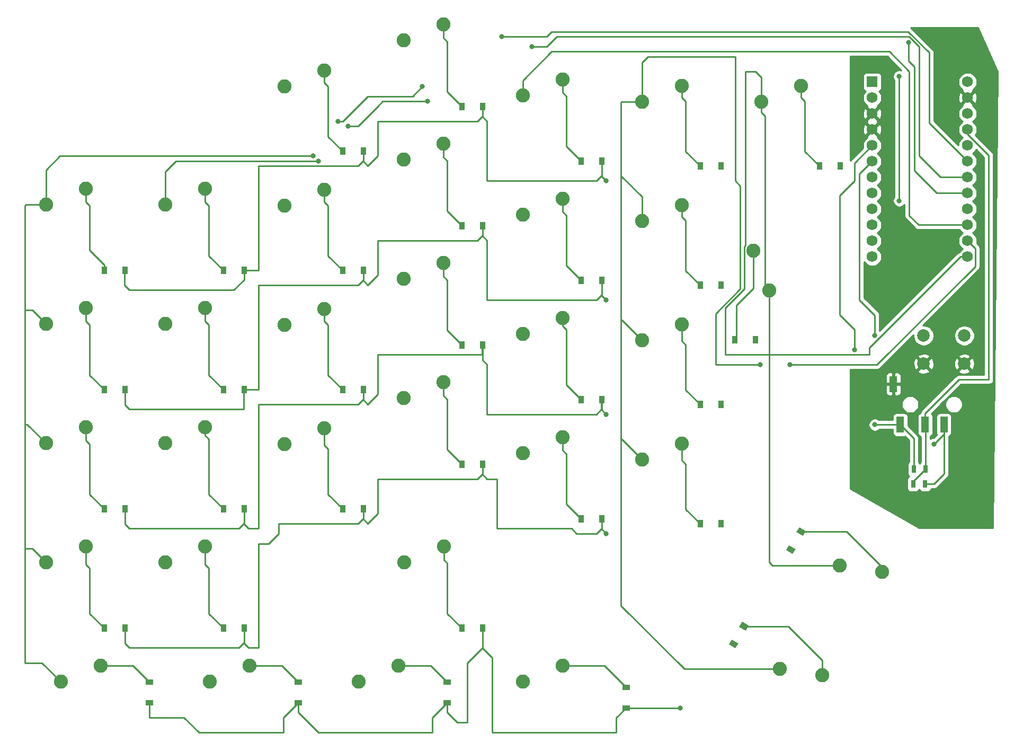
<source format=gtl>
G04 #@! TF.GenerationSoftware,KiCad,Pcbnew,5.1.10*
G04 #@! TF.CreationDate,2021-06-15T23:50:52-04:00*
G04 #@! TF.ProjectId,attempt2,61747465-6d70-4743-922e-6b696361645f,rev?*
G04 #@! TF.SameCoordinates,Original*
G04 #@! TF.FileFunction,Copper,L1,Top*
G04 #@! TF.FilePolarity,Positive*
%FSLAX46Y46*%
G04 Gerber Fmt 4.6, Leading zero omitted, Abs format (unit mm)*
G04 Created by KiCad (PCBNEW 5.1.10) date 2021-06-15 23:50:52*
%MOMM*%
%LPD*%
G01*
G04 APERTURE LIST*
G04 #@! TA.AperFunction,SMDPad,CuDef*
%ADD10R,0.700000X1.300000*%
G04 #@! TD*
G04 #@! TA.AperFunction,SMDPad,CuDef*
%ADD11R,1.200000X2.500000*%
G04 #@! TD*
G04 #@! TA.AperFunction,SMDPad,CuDef*
%ADD12C,0.100000*%
G04 #@! TD*
G04 #@! TA.AperFunction,ComponentPad*
%ADD13R,1.752600X1.752600*%
G04 #@! TD*
G04 #@! TA.AperFunction,ComponentPad*
%ADD14C,1.752600*%
G04 #@! TD*
G04 #@! TA.AperFunction,ComponentPad*
%ADD15C,2.000000*%
G04 #@! TD*
G04 #@! TA.AperFunction,ComponentPad*
%ADD16C,2.250000*%
G04 #@! TD*
G04 #@! TA.AperFunction,SMDPad,CuDef*
%ADD17R,1.200000X0.900000*%
G04 #@! TD*
G04 #@! TA.AperFunction,SMDPad,CuDef*
%ADD18R,0.900000X1.200000*%
G04 #@! TD*
G04 #@! TA.AperFunction,ViaPad*
%ADD19C,0.800000*%
G04 #@! TD*
G04 #@! TA.AperFunction,Conductor*
%ADD20C,0.250000*%
G04 #@! TD*
G04 #@! TA.AperFunction,Conductor*
%ADD21C,0.254000*%
G04 #@! TD*
G04 #@! TA.AperFunction,Conductor*
%ADD22C,0.100000*%
G04 #@! TD*
G04 APERTURE END LIST*
D10*
X-14827250Y-82550000D03*
X-16727250Y-82550000D03*
D11*
X-11906250Y-75481250D03*
X-14906250Y-75481250D03*
X-18906250Y-75481250D03*
X-20006250Y-68981250D03*
G04 #@! TA.AperFunction,SMDPad,CuDef*
D12*
G36*
X-43584385Y-108353769D02*
G01*
X-44623615Y-107753769D01*
X-44173615Y-106974347D01*
X-43134385Y-107574347D01*
X-43584385Y-108353769D01*
G37*
G04 #@! TD.AperFunction*
G04 #@! TA.AperFunction,SMDPad,CuDef*
G36*
X-45234385Y-111211653D02*
G01*
X-46273615Y-110611653D01*
X-45823615Y-109832231D01*
X-44784385Y-110432231D01*
X-45234385Y-111211653D01*
G37*
G04 #@! TD.AperFunction*
D13*
X-23368000Y-20701000D03*
D14*
X-23368000Y-23241000D03*
X-23368000Y-25781000D03*
X-23368000Y-28321000D03*
X-23368000Y-30861000D03*
X-23368000Y-33401000D03*
X-23368000Y-35941000D03*
X-23368000Y-38481000D03*
X-23368000Y-41021000D03*
X-23368000Y-43561000D03*
X-23368000Y-46101000D03*
X-8128000Y-48641000D03*
X-8128000Y-46101000D03*
X-8128000Y-43561000D03*
X-8128000Y-41021000D03*
X-8128000Y-38481000D03*
X-8128000Y-35941000D03*
X-8128000Y-33401000D03*
X-8128000Y-30861000D03*
X-8128000Y-28321000D03*
X-8128000Y-25781000D03*
X-8128000Y-23241000D03*
X-23368000Y-48641000D03*
X-8128000Y-20701000D03*
D15*
X-8656250Y-65750000D03*
X-15156250Y-65750000D03*
X-15156250Y-61250000D03*
X-8656250Y-61250000D03*
D10*
X-16825000Y-84931250D03*
X-14925000Y-84931250D03*
D16*
X-31328295Y-115488591D03*
X-38097557Y-114513295D03*
X-72866250Y-113982500D03*
X-79216250Y-116522500D03*
X-91852750Y-94944500D03*
X-98202750Y-97484500D03*
X-99060000Y-113982500D03*
X-105410000Y-116522500D03*
X-122872500Y-113982500D03*
X-129222500Y-116522500D03*
X-146685000Y-113982500D03*
X-153035000Y-116522500D03*
X-21803295Y-98978591D03*
X-28572557Y-98003295D03*
X-53816250Y-78486000D03*
X-60166250Y-81026000D03*
X-72866250Y-77470000D03*
X-79216250Y-80010000D03*
X-91916250Y-68707000D03*
X-98266250Y-71247000D03*
X-110966250Y-76073000D03*
X-117316250Y-78613000D03*
X-130016250Y-94932500D03*
X-136366250Y-97472500D03*
X-149066250Y-94932500D03*
X-155416250Y-97472500D03*
X-42386250Y-47688500D03*
X-39846250Y-54038500D03*
X-53816250Y-59436000D03*
X-60166250Y-61976000D03*
X-72866250Y-58420000D03*
X-79216250Y-60960000D03*
X-91916250Y-49657000D03*
X-98266250Y-52197000D03*
X-110966250Y-57023000D03*
X-117316250Y-59563000D03*
X-130016250Y-75882500D03*
X-136366250Y-78422500D03*
X-149066250Y-75882500D03*
X-155416250Y-78422500D03*
X-53816250Y-40386000D03*
X-60166250Y-42926000D03*
X-72866250Y-39370000D03*
X-79216250Y-41910000D03*
X-91916250Y-30607000D03*
X-98266250Y-33147000D03*
X-110966250Y-37973000D03*
X-117316250Y-40513000D03*
X-130016250Y-56832500D03*
X-136366250Y-59372500D03*
X-149066250Y-56832500D03*
X-155416250Y-59372500D03*
X-34766250Y-21336000D03*
X-41116250Y-23876000D03*
X-53816250Y-21336000D03*
X-60166250Y-23876000D03*
X-72866250Y-20320000D03*
X-79216250Y-22860000D03*
X-91916250Y-11557000D03*
X-98266250Y-14097000D03*
X-110966250Y-18923000D03*
X-117316250Y-21463000D03*
X-130016250Y-37782500D03*
X-136366250Y-40322500D03*
X-149066250Y-37782500D03*
X-155416250Y-40322500D03*
D17*
X-62706250Y-117412500D03*
X-62706250Y-120712500D03*
D18*
X-88962500Y-107950000D03*
X-85662500Y-107950000D03*
D17*
X-91281250Y-116618750D03*
X-91281250Y-119918750D03*
X-115093750Y-116618750D03*
X-115093750Y-119918750D03*
X-138906250Y-116618750D03*
X-138906250Y-119918750D03*
G04 #@! TA.AperFunction,SMDPad,CuDef*
D12*
G36*
X-34440385Y-93240769D02*
G01*
X-35479615Y-92640769D01*
X-35029615Y-91861347D01*
X-33990385Y-92461347D01*
X-34440385Y-93240769D01*
G37*
G04 #@! TD.AperFunction*
G04 #@! TA.AperFunction,SMDPad,CuDef*
G36*
X-36090385Y-96098653D02*
G01*
X-37129615Y-95498653D01*
X-36679615Y-94719231D01*
X-35640385Y-95319231D01*
X-36090385Y-96098653D01*
G37*
G04 #@! TD.AperFunction*
D18*
X-50862500Y-91281250D03*
X-47562500Y-91281250D03*
X-69912500Y-90487500D03*
X-66612500Y-90487500D03*
X-88962500Y-81756250D03*
X-85662500Y-81756250D03*
X-108012500Y-88900000D03*
X-104712500Y-88900000D03*
X-127062500Y-107950000D03*
X-123762500Y-107950000D03*
X-146112500Y-107950000D03*
X-142812500Y-107950000D03*
X-45306250Y-61912500D03*
X-42006250Y-61912500D03*
X-50862500Y-72231250D03*
X-47562500Y-72231250D03*
X-69912500Y-71437500D03*
X-66612500Y-71437500D03*
X-88962500Y-62706250D03*
X-85662500Y-62706250D03*
X-108012500Y-69850000D03*
X-104712500Y-69850000D03*
X-127062500Y-88900000D03*
X-123762500Y-88900000D03*
X-146112500Y-88900000D03*
X-142812500Y-88900000D03*
X-50862500Y-53181250D03*
X-47562500Y-53181250D03*
X-69912500Y-52387500D03*
X-66612500Y-52387500D03*
X-88962500Y-43656250D03*
X-85662500Y-43656250D03*
X-108012500Y-50800000D03*
X-104712500Y-50800000D03*
X-127062500Y-69850000D03*
X-123762500Y-69850000D03*
X-146112500Y-69850000D03*
X-142812500Y-69850000D03*
X-31812500Y-34131250D03*
X-28512500Y-34131250D03*
X-50862500Y-34131250D03*
X-47562500Y-34131250D03*
X-69912500Y-33337500D03*
X-66612500Y-33337500D03*
X-88962500Y-24606250D03*
X-85662500Y-24606250D03*
X-108012500Y-31750000D03*
X-104712500Y-31750000D03*
X-127062500Y-50800000D03*
X-123762500Y-50800000D03*
X-146112500Y-50800000D03*
X-142812500Y-50800000D03*
D19*
X-65881250Y-36512500D03*
X-65881250Y-55562500D03*
X-65881250Y-73818750D03*
X-65881250Y-92868750D03*
X-54037500Y-120712500D03*
X-112712500Y-32543750D03*
X-108743750Y-26987500D03*
X-82550000Y-13493750D03*
X-95250000Y-21431250D03*
X-111918750Y-33337500D03*
X-107156250Y-27781250D03*
X-94456250Y-23812500D03*
X-77787500Y-15081250D03*
X-17584338Y-14409338D03*
X-19050000Y-19843750D03*
X-19050000Y-39687500D03*
X-41275000Y-65881250D03*
X-36512500Y-65881250D03*
X-13493750Y-78581250D03*
X-26193750Y-63500000D03*
X-22943750Y-75481250D03*
X-22943750Y-61193750D03*
D20*
X-149066250Y-37782500D02*
X-149066250Y-39846250D01*
X-149066250Y-39846250D02*
X-148431250Y-40481250D01*
X-148431250Y-40481250D02*
X-148431250Y-47625000D01*
X-146112500Y-49943750D02*
X-146112500Y-50800000D01*
X-148431250Y-47625000D02*
X-146112500Y-49943750D01*
X-125412500Y-53975000D02*
X-123762500Y-52325000D01*
X-123762500Y-52325000D02*
X-123762500Y-50800000D01*
X-142081250Y-53975000D02*
X-125412500Y-53975000D01*
X-142875000Y-53181250D02*
X-142081250Y-53975000D01*
X-142875000Y-50800000D02*
X-142875000Y-53181250D01*
X-142812500Y-50800000D02*
X-142875000Y-50800000D01*
X-121443750Y-50800000D02*
X-123762500Y-50800000D01*
X-121443750Y-34131250D02*
X-121443750Y-50800000D01*
X-105568750Y-34131250D02*
X-121443750Y-34131250D01*
X-104712500Y-33275000D02*
X-105568750Y-34131250D01*
X-104712500Y-31750000D02*
X-104712500Y-33275000D01*
X-86518750Y-26987500D02*
X-85662500Y-26131250D01*
X-102393750Y-26987500D02*
X-86518750Y-26987500D01*
X-102393750Y-32543750D02*
X-102393750Y-26987500D01*
X-103981250Y-34131250D02*
X-102393750Y-32543750D01*
X-104712500Y-33400000D02*
X-103981250Y-34131250D01*
X-104712500Y-31750000D02*
X-104712500Y-33400000D01*
X-85662500Y-26131250D02*
X-85662500Y-25337500D01*
X-85662500Y-25337500D02*
X-85662500Y-24606250D01*
X-66612500Y-35656250D02*
X-66612500Y-33337500D01*
X-67468750Y-36512500D02*
X-66612500Y-35656250D01*
X-84931250Y-36512500D02*
X-67468750Y-36512500D01*
X-84931250Y-26987500D02*
X-84931250Y-36512500D01*
X-85662500Y-26256250D02*
X-84931250Y-26987500D01*
X-85662500Y-25337500D02*
X-85662500Y-26256250D01*
X-66612500Y-33337500D02*
X-66612500Y-35781250D01*
X-66612500Y-35781250D02*
X-65881250Y-36512500D01*
X-65881250Y-36512500D02*
X-65881250Y-36512500D01*
X-130016250Y-37782500D02*
X-130016250Y-39846250D01*
X-130016250Y-39846250D02*
X-129381250Y-40481250D01*
X-129381250Y-48481250D02*
X-127062500Y-50800000D01*
X-129381250Y-40481250D02*
X-129381250Y-48481250D01*
X-110966250Y-18923000D02*
X-110966250Y-20796250D01*
X-110966250Y-20796250D02*
X-110331250Y-21431250D01*
X-110331250Y-29431250D02*
X-108012500Y-31750000D01*
X-110331250Y-21431250D02*
X-110331250Y-29431250D01*
X-91916250Y-11557000D02*
X-91916250Y-13652500D01*
X-91916250Y-13652500D02*
X-91281250Y-14287500D01*
X-91281250Y-22287500D02*
X-88962500Y-24606250D01*
X-91281250Y-14287500D02*
X-91281250Y-22287500D01*
X-72866250Y-20320000D02*
X-72866250Y-22383750D01*
X-72866250Y-22383750D02*
X-72231250Y-23018750D01*
X-72231250Y-31018750D02*
X-69912500Y-33337500D01*
X-72231250Y-23018750D02*
X-72231250Y-31018750D01*
X-53816250Y-21336000D02*
X-53816250Y-23177500D01*
X-53816250Y-23177500D02*
X-53181250Y-23812500D01*
X-53181250Y-31812500D02*
X-50862500Y-34131250D01*
X-53181250Y-23812500D02*
X-53181250Y-31812500D01*
X-34131250Y-31812500D02*
X-31812500Y-34131250D01*
X-34131250Y-23812500D02*
X-34131250Y-31812500D01*
X-34766250Y-23177500D02*
X-34131250Y-23812500D01*
X-34766250Y-21336000D02*
X-34766250Y-23177500D01*
X-149066250Y-56832500D02*
X-149066250Y-58896250D01*
X-149066250Y-58896250D02*
X-148431250Y-59531250D01*
X-148431250Y-67531250D02*
X-146112500Y-69850000D01*
X-148431250Y-59531250D02*
X-148431250Y-67531250D01*
X-123825000Y-69912500D02*
X-123762500Y-69850000D01*
X-123825000Y-73025000D02*
X-123825000Y-69912500D01*
X-142081250Y-73025000D02*
X-123825000Y-73025000D01*
X-142812500Y-72293750D02*
X-142081250Y-73025000D01*
X-142812500Y-69850000D02*
X-142812500Y-72293750D01*
X-105568750Y-53181250D02*
X-104712500Y-52325000D01*
X-121443750Y-53181250D02*
X-105568750Y-53181250D01*
X-121443750Y-69850000D02*
X-121443750Y-53181250D01*
X-104712500Y-52325000D02*
X-104712500Y-50800000D01*
X-123762500Y-69850000D02*
X-121443750Y-69850000D01*
X-85662500Y-45181250D02*
X-85662500Y-43656250D01*
X-86518750Y-46037500D02*
X-85662500Y-45181250D01*
X-102393750Y-51593750D02*
X-102393750Y-46037500D01*
X-102393750Y-46037500D02*
X-86518750Y-46037500D01*
X-103981250Y-53181250D02*
X-102393750Y-51593750D01*
X-104712500Y-52450000D02*
X-103981250Y-53181250D01*
X-104712500Y-50800000D02*
X-104712500Y-52450000D01*
X-66612500Y-54706250D02*
X-66612500Y-52387500D01*
X-84931250Y-55562500D02*
X-67468750Y-55562500D01*
X-67468750Y-55562500D02*
X-66612500Y-54706250D01*
X-84931250Y-46037500D02*
X-84931250Y-55562500D01*
X-85662500Y-45306250D02*
X-84931250Y-46037500D01*
X-85662500Y-43656250D02*
X-85662500Y-45306250D01*
X-66612500Y-52387500D02*
X-66612500Y-54831250D01*
X-66612500Y-54831250D02*
X-65881250Y-55562500D01*
X-65881250Y-55562500D02*
X-65881250Y-55562500D01*
X-130016250Y-56832500D02*
X-130016250Y-58896250D01*
X-130016250Y-58896250D02*
X-129381250Y-59531250D01*
X-129381250Y-67531250D02*
X-127062500Y-69850000D01*
X-129381250Y-59531250D02*
X-129381250Y-67531250D01*
X-110966250Y-37973000D02*
X-110966250Y-39846250D01*
X-110966250Y-39846250D02*
X-110331250Y-40481250D01*
X-110331250Y-48481250D02*
X-108012500Y-50800000D01*
X-110331250Y-40481250D02*
X-110331250Y-48481250D01*
X-91916250Y-30607000D02*
X-91916250Y-32702500D01*
X-91916250Y-32702500D02*
X-91281250Y-33337500D01*
X-91281250Y-41337500D02*
X-88962500Y-43656250D01*
X-91281250Y-33337500D02*
X-91281250Y-41337500D01*
X-72866250Y-39370000D02*
X-72866250Y-41433750D01*
X-72866250Y-41433750D02*
X-72231250Y-42068750D01*
X-72231250Y-50068750D02*
X-69912500Y-52387500D01*
X-72231250Y-42068750D02*
X-72231250Y-50068750D01*
X-53816250Y-40386000D02*
X-53816250Y-42227500D01*
X-53816250Y-42227500D02*
X-53181250Y-42862500D01*
X-53181250Y-50862500D02*
X-50862500Y-53181250D01*
X-53181250Y-42862500D02*
X-53181250Y-50862500D01*
X-149066250Y-75882500D02*
X-149066250Y-77946250D01*
X-149066250Y-77946250D02*
X-148431250Y-78581250D01*
X-148431250Y-86581250D02*
X-146112500Y-88900000D01*
X-148431250Y-78581250D02*
X-148431250Y-86581250D01*
X-142812500Y-88900000D02*
X-142812500Y-91343750D01*
X-142812500Y-91343750D02*
X-142081250Y-92075000D01*
X-142081250Y-92075000D02*
X-124618750Y-92075000D01*
X-123762500Y-91218750D02*
X-123762500Y-88900000D01*
X-124618750Y-92075000D02*
X-123762500Y-91218750D01*
X-104712500Y-71375000D02*
X-104712500Y-69850000D01*
X-105568750Y-72231250D02*
X-104712500Y-71375000D01*
X-121443750Y-72231250D02*
X-105568750Y-72231250D01*
X-121443750Y-92075000D02*
X-121443750Y-72231250D01*
X-123031250Y-92075000D02*
X-121443750Y-92075000D01*
X-123762500Y-91343750D02*
X-123031250Y-92075000D01*
X-123762500Y-88900000D02*
X-123762500Y-91343750D01*
X-104712500Y-69850000D02*
X-104712500Y-71500000D01*
X-104712500Y-71500000D02*
X-103981250Y-72231250D01*
X-103981250Y-72231250D02*
X-102393750Y-70643750D01*
X-102393750Y-70643750D02*
X-102393750Y-64293750D01*
X-102393750Y-64293750D02*
X-85725000Y-64293750D01*
X-85725000Y-62768750D02*
X-85662500Y-62706250D01*
X-85725000Y-64293750D02*
X-85725000Y-62768750D01*
X-85662500Y-62706250D02*
X-85662500Y-65150000D01*
X-85662500Y-65150000D02*
X-84931250Y-65881250D01*
X-84931250Y-65881250D02*
X-84931250Y-73818750D01*
X-84931250Y-73818750D02*
X-67468750Y-73818750D01*
X-67468750Y-73818750D02*
X-66675000Y-73025000D01*
X-66675000Y-71500000D02*
X-66612500Y-71437500D01*
X-66675000Y-73025000D02*
X-66675000Y-71500000D01*
X-66612500Y-71437500D02*
X-66612500Y-73087500D01*
X-66612500Y-73087500D02*
X-65881250Y-73818750D01*
X-65881250Y-73818750D02*
X-65881250Y-73818750D01*
X-129381250Y-86581250D02*
X-127062500Y-88900000D01*
X-129381250Y-77787500D02*
X-129381250Y-86581250D01*
X-130016250Y-77152500D02*
X-129381250Y-77787500D01*
X-130016250Y-75882500D02*
X-130016250Y-77152500D01*
X-110966250Y-57023000D02*
X-110966250Y-58896250D01*
X-110966250Y-58896250D02*
X-110331250Y-59531250D01*
X-110331250Y-67531250D02*
X-108012500Y-69850000D01*
X-110331250Y-59531250D02*
X-110331250Y-67531250D01*
X-91916250Y-49657000D02*
X-91916250Y-51752500D01*
X-91916250Y-51752500D02*
X-91281250Y-52387500D01*
X-91281250Y-60387500D02*
X-88962500Y-62706250D01*
X-91281250Y-52387500D02*
X-91281250Y-60387500D01*
X-72866250Y-58420000D02*
X-72866250Y-59690000D01*
X-72866250Y-59690000D02*
X-72231250Y-60325000D01*
X-72231250Y-69118750D02*
X-69912500Y-71437500D01*
X-72231250Y-60325000D02*
X-72231250Y-69118750D01*
X-53816250Y-59436000D02*
X-53816250Y-62071250D01*
X-53816250Y-62071250D02*
X-53181250Y-62706250D01*
X-53181250Y-69912500D02*
X-50862500Y-72231250D01*
X-53181250Y-62706250D02*
X-53181250Y-69912500D01*
X-42386250Y-47688500D02*
X-42386250Y-53657500D01*
X-42386250Y-53657500D02*
X-45085000Y-56356250D01*
X-45085000Y-61691250D02*
X-45306250Y-61912500D01*
X-45085000Y-56356250D02*
X-45085000Y-61691250D01*
X-149066250Y-94932500D02*
X-149066250Y-97790000D01*
X-149066250Y-97790000D02*
X-148431250Y-98425000D01*
X-148431250Y-105631250D02*
X-146112500Y-107950000D01*
X-148431250Y-98425000D02*
X-148431250Y-105631250D01*
X-142081250Y-111125000D02*
X-124618750Y-111125000D01*
X-124618750Y-111125000D02*
X-123762500Y-110268750D01*
X-142812500Y-110393750D02*
X-142081250Y-111125000D01*
X-123762500Y-110268750D02*
X-123762500Y-107950000D01*
X-142812500Y-107950000D02*
X-142812500Y-110393750D01*
X-104712500Y-90425000D02*
X-104712500Y-88900000D01*
X-105568750Y-91281250D02*
X-104712500Y-90425000D01*
X-118268750Y-91281250D02*
X-105568750Y-91281250D01*
X-118268750Y-92868750D02*
X-118268750Y-91281250D01*
X-119856250Y-94456250D02*
X-118268750Y-92868750D01*
X-121443750Y-111125000D02*
X-121443750Y-94456250D01*
X-123031250Y-111125000D02*
X-121443750Y-111125000D01*
X-121443750Y-94456250D02*
X-119856250Y-94456250D01*
X-123762500Y-110393750D02*
X-123031250Y-111125000D01*
X-123762500Y-107950000D02*
X-123762500Y-110393750D01*
X-85662500Y-83281250D02*
X-85662500Y-81756250D01*
X-86518750Y-84137500D02*
X-85662500Y-83281250D01*
X-102393750Y-89693750D02*
X-102393750Y-84137500D01*
X-103981250Y-91281250D02*
X-102393750Y-89693750D01*
X-104712500Y-90550000D02*
X-103981250Y-91281250D01*
X-102393750Y-84137500D02*
X-86518750Y-84137500D01*
X-104712500Y-88900000D02*
X-104712500Y-90550000D01*
X-85662500Y-81756250D02*
X-85662500Y-83406250D01*
X-85662500Y-83406250D02*
X-84931250Y-84137500D01*
X-84931250Y-84137500D02*
X-83343750Y-84137500D01*
X-83343750Y-84137500D02*
X-83343750Y-92075000D01*
X-83343750Y-92075000D02*
X-71437500Y-92075000D01*
X-71437500Y-92075000D02*
X-70643750Y-92868750D01*
X-70643750Y-92868750D02*
X-67468750Y-92868750D01*
X-66612500Y-92012500D02*
X-66612500Y-90487500D01*
X-67468750Y-92868750D02*
X-66612500Y-92012500D01*
X-66612500Y-90487500D02*
X-66612500Y-92137500D01*
X-66612500Y-92137500D02*
X-65881250Y-92868750D01*
X-65881250Y-92868750D02*
X-65881250Y-92868750D01*
X-130016250Y-94932500D02*
X-130016250Y-97790000D01*
X-130016250Y-97790000D02*
X-129381250Y-98425000D01*
X-129381250Y-105631250D02*
X-127062500Y-107950000D01*
X-129381250Y-98425000D02*
X-129381250Y-105631250D01*
X-110966250Y-76073000D02*
X-110966250Y-78740000D01*
X-110966250Y-78740000D02*
X-110331250Y-79375000D01*
X-110331250Y-86581250D02*
X-108012500Y-88900000D01*
X-110331250Y-79375000D02*
X-110331250Y-86581250D01*
X-91916250Y-68707000D02*
X-91916250Y-70802500D01*
X-91916250Y-70802500D02*
X-91281250Y-71437500D01*
X-91281250Y-79437500D02*
X-88962500Y-81756250D01*
X-91281250Y-71437500D02*
X-91281250Y-79437500D01*
X-72866250Y-77470000D02*
X-72866250Y-79533750D01*
X-72866250Y-79533750D02*
X-72231250Y-80168750D01*
X-72231250Y-88168750D02*
X-69912500Y-90487500D01*
X-72231250Y-80168750D02*
X-72231250Y-88168750D01*
X-53816250Y-78486000D02*
X-53816250Y-81121250D01*
X-53816250Y-81121250D02*
X-53181250Y-81756250D01*
X-53181250Y-88962500D02*
X-50862500Y-91281250D01*
X-53181250Y-81756250D02*
X-53181250Y-88962500D01*
X-34735000Y-92551058D02*
X-27463558Y-92551058D01*
X-21803295Y-98211321D02*
X-21803295Y-98978591D01*
X-27463558Y-92551058D02*
X-21803295Y-98211321D01*
X-141542500Y-113982500D02*
X-138906250Y-116618750D01*
X-146685000Y-113982500D02*
X-141542500Y-113982500D01*
X-138906250Y-119918750D02*
X-138906250Y-122237500D01*
X-138906250Y-122237500D02*
X-133350000Y-122237500D01*
X-133350000Y-122237500D02*
X-130968750Y-124618750D01*
X-130968750Y-124618750D02*
X-117475000Y-124618750D01*
X-117475000Y-122300000D02*
X-115093750Y-119918750D01*
X-117475000Y-124618750D02*
X-117475000Y-122300000D01*
X-115093750Y-119918750D02*
X-115093750Y-121443750D01*
X-115093750Y-121443750D02*
X-111918750Y-124618750D01*
X-111918750Y-124618750D02*
X-93662500Y-124618750D01*
X-93662500Y-122300000D02*
X-91281250Y-119918750D01*
X-93662500Y-124618750D02*
X-93662500Y-122300000D01*
X-64293750Y-122300000D02*
X-62706250Y-120712500D01*
X-64293750Y-124618750D02*
X-64293750Y-122300000D01*
X-62706250Y-120712500D02*
X-54037500Y-120712500D01*
X-54037500Y-120712500D02*
X-54037500Y-120712500D01*
X-88106250Y-113506250D02*
X-85662500Y-111062500D01*
X-88106250Y-123031250D02*
X-88106250Y-113506250D01*
X-89693750Y-123031250D02*
X-88106250Y-123031250D01*
X-91281250Y-121443750D02*
X-89693750Y-123031250D01*
X-91281250Y-119918750D02*
X-91281250Y-121443750D01*
X-85662500Y-108681250D02*
X-85662500Y-111187500D01*
X-85662500Y-111062500D02*
X-85662500Y-108681250D01*
X-85662500Y-108681250D02*
X-85662500Y-107950000D01*
X-85662500Y-111187500D02*
X-84137500Y-112712500D01*
X-84137500Y-112712500D02*
X-84137500Y-123031250D01*
X-84137500Y-123031250D02*
X-84137500Y-124618750D01*
X-84137500Y-124618750D02*
X-64293750Y-124618750D01*
X-117730000Y-113982500D02*
X-115093750Y-116618750D01*
X-122872500Y-113982500D02*
X-117730000Y-113982500D01*
X-93917500Y-113982500D02*
X-91281250Y-116618750D01*
X-99060000Y-113982500D02*
X-93917500Y-113982500D01*
X-91852750Y-94944500D02*
X-91852750Y-97059750D01*
X-91852750Y-97059750D02*
X-91281250Y-97631250D01*
X-91281250Y-105631250D02*
X-88962500Y-107950000D01*
X-91281250Y-97631250D02*
X-91281250Y-105631250D01*
X-66136250Y-113982500D02*
X-62706250Y-117412500D01*
X-72866250Y-113982500D02*
X-66136250Y-113982500D01*
X-43879000Y-107664058D02*
X-36798442Y-107664058D01*
X-31328295Y-113134205D02*
X-31328295Y-115488591D01*
X-36798442Y-107664058D02*
X-31328295Y-113134205D01*
X-155416250Y-40322500D02*
X-158591250Y-40322500D01*
X-158591250Y-40322500D02*
X-158750000Y-40481250D01*
X-156051250Y-113506250D02*
X-153035000Y-116522500D01*
X-158750000Y-113506250D02*
X-156051250Y-113506250D01*
X-157638750Y-95250000D02*
X-158750000Y-95250000D01*
X-155416250Y-97472500D02*
X-157638750Y-95250000D01*
X-158750000Y-95250000D02*
X-158750000Y-113506250D01*
X-158432500Y-75406250D02*
X-158750000Y-75406250D01*
X-155416250Y-78422500D02*
X-158432500Y-75406250D01*
X-158750000Y-75406250D02*
X-158750000Y-95250000D01*
X-155416250Y-59372500D02*
X-157638750Y-57150000D01*
X-157638750Y-57150000D02*
X-158750000Y-57150000D01*
X-158750000Y-57150000D02*
X-158750000Y-75406250D01*
X-158750000Y-40481250D02*
X-158750000Y-57150000D01*
X-155416250Y-40322500D02*
X-155416250Y-34766250D01*
X-155416250Y-34766250D02*
X-153193750Y-32543750D01*
X-153193750Y-32543750D02*
X-112712500Y-32543750D01*
X-112712500Y-32543750D02*
X-112712500Y-32543750D01*
X-108743750Y-26987500D02*
X-107950000Y-26987500D01*
X-107950000Y-26987500D02*
X-107156250Y-26193750D01*
X-107156250Y-26193750D02*
X-103981250Y-23018750D01*
X-103981250Y-23018750D02*
X-99218750Y-23018750D01*
X-14287500Y-27241500D02*
X-8128000Y-33401000D01*
X-14287500Y-16032340D02*
X-14287500Y-27241500D01*
X-17619840Y-12700000D02*
X-14287500Y-16032340D01*
X-74612500Y-12700000D02*
X-17619840Y-12700000D01*
X-75406250Y-13493750D02*
X-74612500Y-12700000D01*
X-82550000Y-13493750D02*
X-75406250Y-13493750D01*
X-99218750Y-23018750D02*
X-96837500Y-23018750D01*
X-96837500Y-23018750D02*
X-95250000Y-21431250D01*
X-95250000Y-21431250D02*
X-95250000Y-21431250D01*
X-136366250Y-40322500D02*
X-136366250Y-35083750D01*
X-136366250Y-35083750D02*
X-134620000Y-33337500D01*
X-134620000Y-33337500D02*
X-111918750Y-33337500D01*
X-111918750Y-33337500D02*
X-111918750Y-33337500D01*
X-107156250Y-27781250D02*
X-105568750Y-27781250D01*
X-105568750Y-27781250D02*
X-102393750Y-24606250D01*
X-102393750Y-24606250D02*
X-101600000Y-23812500D01*
X-101600000Y-23812500D02*
X-94456250Y-23812500D01*
X-94456250Y-23812500D02*
X-94456250Y-23812500D01*
X-12477750Y-35941000D02*
X-8128000Y-35941000D01*
X-15875000Y-32543750D02*
X-12477750Y-35941000D01*
X-17462500Y-13493750D02*
X-15875000Y-15081250D01*
X-73818750Y-13493750D02*
X-17462500Y-13493750D01*
X-75406250Y-15081250D02*
X-73818750Y-13493750D01*
X-15875000Y-15081250D02*
X-15875000Y-32543750D01*
X-77787500Y-15081250D02*
X-75406250Y-15081250D01*
X-13112750Y-38481000D02*
X-8128000Y-38481000D01*
X-16668750Y-18256250D02*
X-16668750Y-34925000D01*
X-17584338Y-17340662D02*
X-16668750Y-18256250D01*
X-16668750Y-34925000D02*
X-13112750Y-38481000D01*
X-17584338Y-14409338D02*
X-17584338Y-17340662D01*
X-19050000Y-19843750D02*
X-19050000Y-34925000D01*
X-19050000Y-34925000D02*
X-19050000Y-39687500D01*
X-19050000Y-39687500D02*
X-19050000Y-39687500D01*
X-15970250Y-43561000D02*
X-8128000Y-43561000D01*
X-17462500Y-42068750D02*
X-15970250Y-43561000D01*
X-17462500Y-19050000D02*
X-17462500Y-42068750D01*
X-74612500Y-15875000D02*
X-20637500Y-15875000D01*
X-20637500Y-15875000D02*
X-17462500Y-19050000D01*
X-79216250Y-20478750D02*
X-74612500Y-15875000D01*
X-79216250Y-22860000D02*
X-79216250Y-20478750D01*
X-60166250Y-23876000D02*
X-63436500Y-23876000D01*
X-63436500Y-23876000D02*
X-63500000Y-23939500D01*
X-63404750Y-77787500D02*
X-60166250Y-81026000D01*
X-63500000Y-77787500D02*
X-63404750Y-77787500D01*
X-63404750Y-58737500D02*
X-63500000Y-58737500D01*
X-60166250Y-61976000D02*
X-63404750Y-58737500D01*
X-60166250Y-39052500D02*
X-63500000Y-35718750D01*
X-60166250Y-42926000D02*
X-60166250Y-39052500D01*
X-63500000Y-35718750D02*
X-63500000Y-58737500D01*
X-63500000Y-23939500D02*
X-63500000Y-35718750D01*
X-38097557Y-114513295D02*
X-53394545Y-114513295D01*
X-63500000Y-104407840D02*
X-63500000Y-72231250D01*
X-63500000Y-72231250D02*
X-63500000Y-77787500D01*
X-53394545Y-114513295D02*
X-63500000Y-104407840D01*
X-63500000Y-58737500D02*
X-63500000Y-72231250D01*
X-60166250Y-23876000D02*
X-60166250Y-17621250D01*
X-60166250Y-17621250D02*
X-59213750Y-16668750D01*
X-59213750Y-16668750D02*
X-45243750Y-16668750D01*
X-45243750Y-16668750D02*
X-45243750Y-36512500D01*
X-45243750Y-36512500D02*
X-44450000Y-37306250D01*
X-44450000Y-37306250D02*
X-44450000Y-50800000D01*
X-44450000Y-53772338D02*
X-48418750Y-57741088D01*
X-44450000Y-50800000D02*
X-44450000Y-53772338D01*
X-48418750Y-57741088D02*
X-48418750Y-65881250D01*
X-48418750Y-65881250D02*
X-41275000Y-65881250D01*
X-41275000Y-65881250D02*
X-41275000Y-65881250D01*
X-6926699Y-47302301D02*
X-8128000Y-46101000D01*
X-6926699Y-50187201D02*
X-6926699Y-47302301D01*
X-22620748Y-65881250D02*
X-6926699Y-50187201D01*
X-36512500Y-65881250D02*
X-22620748Y-65881250D01*
X-40481250Y-53403500D02*
X-39846250Y-54038500D01*
X-40481250Y-26193750D02*
X-40481250Y-53403500D01*
X-41116250Y-25558750D02*
X-40481250Y-26193750D01*
X-41116250Y-23876000D02*
X-41116250Y-25558750D01*
X-39846250Y-54038500D02*
X-39846250Y-97472500D01*
X-39315455Y-98003295D02*
X-28572557Y-98003295D01*
X-39846250Y-97472500D02*
X-39315455Y-98003295D01*
X-46831250Y-64293750D02*
X-23812500Y-64293750D01*
X-9302502Y-48641000D02*
X-8128000Y-48641000D01*
X-46831250Y-56789998D02*
X-46831250Y-64293750D01*
X-23812500Y-63150998D02*
X-9302502Y-48641000D01*
X-43836251Y-53794999D02*
X-46831250Y-56789998D01*
X-43656250Y-46812498D02*
X-43836251Y-46992499D01*
X-23812500Y-64293750D02*
X-23812500Y-63150998D01*
X-42068750Y-19050000D02*
X-43656250Y-19050000D01*
X-43656250Y-19050000D02*
X-43656250Y-46812498D01*
X-41116250Y-20002500D02*
X-42068750Y-19050000D01*
X-43836251Y-46992499D02*
X-43836251Y-53794999D01*
X-41116250Y-23876000D02*
X-41116250Y-20002500D01*
X-16825000Y-84547750D02*
X-14827250Y-82550000D01*
X-16825000Y-84931250D02*
X-16825000Y-84547750D01*
X-14827250Y-75560250D02*
X-14906250Y-75481250D01*
X-14827250Y-82550000D02*
X-14827250Y-75560250D01*
X-14906250Y-75481250D02*
X-14906250Y-73643750D01*
X-14906250Y-73643750D02*
X-9525000Y-68262500D01*
X-9525000Y-68262500D02*
X-4762500Y-68262500D01*
X-8128000Y-29083074D02*
X-8128000Y-28321000D01*
X-4762500Y-32448574D02*
X-8128000Y-29083074D01*
X-4762500Y-68262500D02*
X-4762500Y-32448574D01*
X-14925000Y-84931250D02*
X-13493750Y-84931250D01*
X-11906250Y-83343750D02*
X-11906250Y-75481250D01*
X-13493750Y-84931250D02*
X-11906250Y-83343750D01*
X-11906250Y-75481250D02*
X-11906250Y-76993750D01*
X-11906250Y-76993750D02*
X-13493750Y-78581250D01*
X-13493750Y-78581250D02*
X-13493750Y-78581250D01*
X-26193750Y-33686750D02*
X-23368000Y-30861000D01*
X-28575000Y-38893750D02*
X-26193750Y-36512500D01*
X-28575000Y-57943750D02*
X-28575000Y-38893750D01*
X-26193750Y-36512500D02*
X-26193750Y-33686750D01*
X-26193750Y-60325000D02*
X-28575000Y-57943750D01*
X-26193750Y-63500000D02*
X-26193750Y-60325000D01*
X-16727250Y-77660250D02*
X-18906250Y-75481250D01*
X-16727250Y-82550000D02*
X-16727250Y-77660250D01*
X-18906250Y-75481250D02*
X-22943750Y-75481250D01*
X-22943750Y-75481250D02*
X-22943750Y-75481250D01*
X-25400000Y-55562500D02*
X-25400000Y-35433000D01*
X-22943750Y-58018750D02*
X-25400000Y-55562500D01*
X-25400000Y-35433000D02*
X-23368000Y-33401000D01*
X-22943750Y-61193750D02*
X-22943750Y-58018750D01*
D21*
X-3302293Y-19076293D02*
X-4094377Y-91948000D01*
X-15841273Y-91948000D01*
X-26860500Y-85651299D01*
X-26860500Y-72094839D01*
X-18691250Y-72094839D01*
X-18691250Y-72367661D01*
X-18638025Y-72635239D01*
X-18533621Y-72887293D01*
X-18382049Y-73114136D01*
X-18189136Y-73307049D01*
X-17962293Y-73458621D01*
X-17710239Y-73563025D01*
X-17442661Y-73616250D01*
X-17169839Y-73616250D01*
X-16902261Y-73563025D01*
X-16650207Y-73458621D01*
X-16423364Y-73307049D01*
X-16230451Y-73114136D01*
X-16078879Y-72887293D01*
X-15974475Y-72635239D01*
X-15921250Y-72367661D01*
X-15921250Y-72094839D01*
X-15974475Y-71827261D01*
X-16078879Y-71575207D01*
X-16230451Y-71348364D01*
X-16423364Y-71155451D01*
X-16650207Y-71003879D01*
X-16902261Y-70899475D01*
X-17169839Y-70846250D01*
X-17442661Y-70846250D01*
X-17710239Y-70899475D01*
X-17962293Y-71003879D01*
X-18189136Y-71155451D01*
X-18382049Y-71348364D01*
X-18533621Y-71575207D01*
X-18638025Y-71827261D01*
X-18691250Y-72094839D01*
X-26860500Y-72094839D01*
X-26860500Y-70231250D01*
X-21244322Y-70231250D01*
X-21232062Y-70355732D01*
X-21195752Y-70475430D01*
X-21136787Y-70585744D01*
X-21057435Y-70682435D01*
X-20960744Y-70761787D01*
X-20850430Y-70820752D01*
X-20730732Y-70857062D01*
X-20606250Y-70869322D01*
X-20292000Y-70866250D01*
X-20133250Y-70707500D01*
X-20133250Y-69108250D01*
X-19879250Y-69108250D01*
X-19879250Y-70707500D01*
X-19720500Y-70866250D01*
X-19406250Y-70869322D01*
X-19281768Y-70857062D01*
X-19162070Y-70820752D01*
X-19051756Y-70761787D01*
X-18955065Y-70682435D01*
X-18875713Y-70585744D01*
X-18816748Y-70475430D01*
X-18780438Y-70355732D01*
X-18768178Y-70231250D01*
X-18771250Y-69267000D01*
X-18930000Y-69108250D01*
X-19879250Y-69108250D01*
X-20133250Y-69108250D01*
X-21082500Y-69108250D01*
X-21241250Y-69267000D01*
X-21244322Y-70231250D01*
X-26860500Y-70231250D01*
X-26860500Y-67731250D01*
X-21244322Y-67731250D01*
X-21241250Y-68695500D01*
X-21082500Y-68854250D01*
X-20133250Y-68854250D01*
X-20133250Y-67255000D01*
X-19879250Y-67255000D01*
X-19879250Y-68854250D01*
X-18930000Y-68854250D01*
X-18771250Y-68695500D01*
X-18768178Y-67731250D01*
X-18780438Y-67606768D01*
X-18816748Y-67487070D01*
X-18875713Y-67376756D01*
X-18955065Y-67280065D01*
X-19051756Y-67200713D01*
X-19162070Y-67141748D01*
X-19281768Y-67105438D01*
X-19406250Y-67093178D01*
X-19720500Y-67096250D01*
X-19879250Y-67255000D01*
X-20133250Y-67255000D01*
X-20292000Y-67096250D01*
X-20606250Y-67093178D01*
X-20730732Y-67105438D01*
X-20850430Y-67141748D01*
X-20960744Y-67200713D01*
X-21057435Y-67280065D01*
X-21136787Y-67376756D01*
X-21195752Y-67487070D01*
X-21232062Y-67606768D01*
X-21244322Y-67731250D01*
X-26860500Y-67731250D01*
X-26860500Y-66885413D01*
X-16112058Y-66885413D01*
X-16016294Y-67149814D01*
X-15726679Y-67290704D01*
X-15415142Y-67372384D01*
X-15093655Y-67391718D01*
X-14774575Y-67347961D01*
X-14470162Y-67242795D01*
X-14296206Y-67149814D01*
X-14200442Y-66885413D01*
X-9612058Y-66885413D01*
X-9516294Y-67149814D01*
X-9226679Y-67290704D01*
X-8915142Y-67372384D01*
X-8593655Y-67391718D01*
X-8274575Y-67347961D01*
X-7970162Y-67242795D01*
X-7796206Y-67149814D01*
X-7700442Y-66885413D01*
X-8656250Y-65929605D01*
X-9612058Y-66885413D01*
X-14200442Y-66885413D01*
X-15156250Y-65929605D01*
X-16112058Y-66885413D01*
X-26860500Y-66885413D01*
X-26860500Y-66641250D01*
X-22658070Y-66641250D01*
X-22620748Y-66644926D01*
X-22583426Y-66641250D01*
X-22583415Y-66641250D01*
X-22471762Y-66630253D01*
X-22328501Y-66586796D01*
X-22196472Y-66516224D01*
X-22080747Y-66421251D01*
X-22056944Y-66392247D01*
X-21477292Y-65812595D01*
X-16797968Y-65812595D01*
X-16754211Y-66131675D01*
X-16649045Y-66436088D01*
X-16556064Y-66610044D01*
X-16291663Y-66705808D01*
X-15335855Y-65750000D01*
X-14976645Y-65750000D01*
X-14020837Y-66705808D01*
X-13756436Y-66610044D01*
X-13615546Y-66320429D01*
X-13533866Y-66008892D01*
X-13522061Y-65812595D01*
X-10297968Y-65812595D01*
X-10254211Y-66131675D01*
X-10149045Y-66436088D01*
X-10056064Y-66610044D01*
X-9791663Y-66705808D01*
X-8835855Y-65750000D01*
X-8476645Y-65750000D01*
X-7520837Y-66705808D01*
X-7256436Y-66610044D01*
X-7115546Y-66320429D01*
X-7033866Y-66008892D01*
X-7014532Y-65687405D01*
X-7058289Y-65368325D01*
X-7163455Y-65063912D01*
X-7256436Y-64889956D01*
X-7520837Y-64794192D01*
X-8476645Y-65750000D01*
X-8835855Y-65750000D01*
X-9791663Y-64794192D01*
X-10056064Y-64889956D01*
X-10196954Y-65179571D01*
X-10278634Y-65491108D01*
X-10297968Y-65812595D01*
X-13522061Y-65812595D01*
X-13514532Y-65687405D01*
X-13558289Y-65368325D01*
X-13663455Y-65063912D01*
X-13756436Y-64889956D01*
X-14020837Y-64794192D01*
X-14976645Y-65750000D01*
X-15335855Y-65750000D01*
X-16291663Y-64794192D01*
X-16556064Y-64889956D01*
X-16696954Y-65179571D01*
X-16778634Y-65491108D01*
X-16797968Y-65812595D01*
X-21477292Y-65812595D01*
X-20279284Y-64614587D01*
X-16112058Y-64614587D01*
X-15156250Y-65570395D01*
X-14200442Y-64614587D01*
X-9612058Y-64614587D01*
X-8656250Y-65570395D01*
X-7700442Y-64614587D01*
X-7796206Y-64350186D01*
X-8085821Y-64209296D01*
X-8397358Y-64127616D01*
X-8718845Y-64108282D01*
X-9037925Y-64152039D01*
X-9342338Y-64257205D01*
X-9516294Y-64350186D01*
X-9612058Y-64614587D01*
X-14200442Y-64614587D01*
X-14296206Y-64350186D01*
X-14585821Y-64209296D01*
X-14897358Y-64127616D01*
X-15218845Y-64108282D01*
X-15537925Y-64152039D01*
X-15842338Y-64257205D01*
X-16016294Y-64350186D01*
X-16112058Y-64614587D01*
X-20279284Y-64614587D01*
X-16791250Y-61126553D01*
X-16791250Y-61411033D01*
X-16728418Y-61726912D01*
X-16605168Y-62024463D01*
X-16426237Y-62292252D01*
X-16198502Y-62519987D01*
X-15930713Y-62698918D01*
X-15633162Y-62822168D01*
X-15317283Y-62885000D01*
X-14995217Y-62885000D01*
X-14679338Y-62822168D01*
X-14381787Y-62698918D01*
X-14113998Y-62519987D01*
X-13886263Y-62292252D01*
X-13707332Y-62024463D01*
X-13584082Y-61726912D01*
X-13521250Y-61411033D01*
X-13521250Y-61088967D01*
X-10291250Y-61088967D01*
X-10291250Y-61411033D01*
X-10228418Y-61726912D01*
X-10105168Y-62024463D01*
X-9926237Y-62292252D01*
X-9698502Y-62519987D01*
X-9430713Y-62698918D01*
X-9133162Y-62822168D01*
X-8817283Y-62885000D01*
X-8495217Y-62885000D01*
X-8179338Y-62822168D01*
X-7881787Y-62698918D01*
X-7613998Y-62519987D01*
X-7386263Y-62292252D01*
X-7207332Y-62024463D01*
X-7084082Y-61726912D01*
X-7021250Y-61411033D01*
X-7021250Y-61088967D01*
X-7084082Y-60773088D01*
X-7207332Y-60475537D01*
X-7386263Y-60207748D01*
X-7613998Y-59980013D01*
X-7881787Y-59801082D01*
X-8179338Y-59677832D01*
X-8495217Y-59615000D01*
X-8817283Y-59615000D01*
X-9133162Y-59677832D01*
X-9430713Y-59801082D01*
X-9698502Y-59980013D01*
X-9926237Y-60207748D01*
X-10105168Y-60475537D01*
X-10228418Y-60773088D01*
X-10291250Y-61088967D01*
X-13521250Y-61088967D01*
X-13584082Y-60773088D01*
X-13707332Y-60475537D01*
X-13886263Y-60207748D01*
X-14113998Y-59980013D01*
X-14381787Y-59801082D01*
X-14679338Y-59677832D01*
X-14995217Y-59615000D01*
X-15279697Y-59615000D01*
X-6415695Y-50750999D01*
X-6386698Y-50727202D01*
X-6360367Y-50695118D01*
X-6291725Y-50611478D01*
X-6221153Y-50479448D01*
X-6221153Y-50479447D01*
X-6177696Y-50336187D01*
X-6166699Y-50224534D01*
X-6166699Y-50224524D01*
X-6163023Y-50187201D01*
X-6166699Y-50149878D01*
X-6166699Y-47339623D01*
X-6163023Y-47302300D01*
X-6166699Y-47264977D01*
X-6166699Y-47264968D01*
X-6177696Y-47153315D01*
X-6221153Y-47010054D01*
X-6291725Y-46878025D01*
X-6386698Y-46762300D01*
X-6415696Y-46738502D01*
X-6664424Y-46489775D01*
X-6616700Y-46249850D01*
X-6616700Y-45952150D01*
X-6674778Y-45660170D01*
X-6788703Y-45385131D01*
X-6954096Y-45137602D01*
X-7164602Y-44927096D01*
X-7308420Y-44831000D01*
X-7164602Y-44734904D01*
X-6954096Y-44524398D01*
X-6788703Y-44276869D01*
X-6674778Y-44001830D01*
X-6616700Y-43709850D01*
X-6616700Y-43412150D01*
X-6674778Y-43120170D01*
X-6788703Y-42845131D01*
X-6954096Y-42597602D01*
X-7164602Y-42387096D01*
X-7308420Y-42291000D01*
X-7164602Y-42194904D01*
X-6954096Y-41984398D01*
X-6788703Y-41736869D01*
X-6674778Y-41461830D01*
X-6616700Y-41169850D01*
X-6616700Y-40872150D01*
X-6674778Y-40580170D01*
X-6788703Y-40305131D01*
X-6954096Y-40057602D01*
X-7164602Y-39847096D01*
X-7308420Y-39751000D01*
X-7164602Y-39654904D01*
X-6954096Y-39444398D01*
X-6788703Y-39196869D01*
X-6674778Y-38921830D01*
X-6616700Y-38629850D01*
X-6616700Y-38332150D01*
X-6674778Y-38040170D01*
X-6788703Y-37765131D01*
X-6954096Y-37517602D01*
X-7164602Y-37307096D01*
X-7308420Y-37211000D01*
X-7164602Y-37114904D01*
X-6954096Y-36904398D01*
X-6788703Y-36656869D01*
X-6674778Y-36381830D01*
X-6616700Y-36089850D01*
X-6616700Y-35792150D01*
X-6674778Y-35500170D01*
X-6788703Y-35225131D01*
X-6954096Y-34977602D01*
X-7164602Y-34767096D01*
X-7308420Y-34671000D01*
X-7164602Y-34574904D01*
X-6954096Y-34364398D01*
X-6788703Y-34116869D01*
X-6674778Y-33841830D01*
X-6616700Y-33549850D01*
X-6616700Y-33252150D01*
X-6674778Y-32960170D01*
X-6788703Y-32685131D01*
X-6954096Y-32437602D01*
X-7164602Y-32227096D01*
X-7308420Y-32131000D01*
X-7164602Y-32034904D01*
X-6954096Y-31824398D01*
X-6788703Y-31576869D01*
X-6765360Y-31520515D01*
X-5522499Y-32763377D01*
X-5522500Y-67502500D01*
X-9487675Y-67502500D01*
X-9525000Y-67498824D01*
X-9562325Y-67502500D01*
X-9562333Y-67502500D01*
X-9673986Y-67513497D01*
X-9817247Y-67556954D01*
X-9949276Y-67627526D01*
X-10065001Y-67722499D01*
X-10088799Y-67751497D01*
X-15417252Y-73079951D01*
X-15446250Y-73103749D01*
X-15470048Y-73132747D01*
X-15470049Y-73132748D01*
X-15541224Y-73219474D01*
X-15611796Y-73351504D01*
X-15655252Y-73494765D01*
X-15667243Y-73616514D01*
X-15750430Y-73641748D01*
X-15860744Y-73700713D01*
X-15957435Y-73780065D01*
X-16036787Y-73876756D01*
X-16095752Y-73987070D01*
X-16132062Y-74106768D01*
X-16144322Y-74231250D01*
X-16144322Y-76731250D01*
X-16132062Y-76855732D01*
X-16095752Y-76975430D01*
X-16036787Y-77085744D01*
X-15957435Y-77182435D01*
X-15860744Y-77261787D01*
X-15750430Y-77320752D01*
X-15630732Y-77357062D01*
X-15587249Y-77361345D01*
X-15587250Y-81415015D01*
X-15628435Y-81448815D01*
X-15707787Y-81545506D01*
X-15766752Y-81655820D01*
X-15777250Y-81690427D01*
X-15787748Y-81655820D01*
X-15846713Y-81545506D01*
X-15926065Y-81448815D01*
X-15967250Y-81415015D01*
X-15967250Y-77697572D01*
X-15963574Y-77660249D01*
X-15967250Y-77622926D01*
X-15967250Y-77622917D01*
X-15978247Y-77511264D01*
X-16021704Y-77368003D01*
X-16092276Y-77235974D01*
X-16187249Y-77120249D01*
X-16216247Y-77096451D01*
X-17668178Y-75644521D01*
X-17668178Y-74231250D01*
X-17680438Y-74106768D01*
X-17716748Y-73987070D01*
X-17775713Y-73876756D01*
X-17855065Y-73780065D01*
X-17951756Y-73700713D01*
X-18062070Y-73641748D01*
X-18181768Y-73605438D01*
X-18306250Y-73593178D01*
X-19506250Y-73593178D01*
X-19630732Y-73605438D01*
X-19750430Y-73641748D01*
X-19860744Y-73700713D01*
X-19957435Y-73780065D01*
X-20036787Y-73876756D01*
X-20095752Y-73987070D01*
X-20132062Y-74106768D01*
X-20144322Y-74231250D01*
X-20144322Y-74721250D01*
X-22240039Y-74721250D01*
X-22283976Y-74677313D01*
X-22453494Y-74564045D01*
X-22641852Y-74486024D01*
X-22841811Y-74446250D01*
X-23045689Y-74446250D01*
X-23245648Y-74486024D01*
X-23434006Y-74564045D01*
X-23603524Y-74677313D01*
X-23747687Y-74821476D01*
X-23860955Y-74990994D01*
X-23938976Y-75179352D01*
X-23978750Y-75379311D01*
X-23978750Y-75583189D01*
X-23938976Y-75783148D01*
X-23860955Y-75971506D01*
X-23747687Y-76141024D01*
X-23603524Y-76285187D01*
X-23434006Y-76398455D01*
X-23245648Y-76476476D01*
X-23045689Y-76516250D01*
X-22841811Y-76516250D01*
X-22641852Y-76476476D01*
X-22453494Y-76398455D01*
X-22283976Y-76285187D01*
X-22240039Y-76241250D01*
X-20144322Y-76241250D01*
X-20144322Y-76731250D01*
X-20132062Y-76855732D01*
X-20095752Y-76975430D01*
X-20036787Y-77085744D01*
X-19957435Y-77182435D01*
X-19860744Y-77261787D01*
X-19750430Y-77320752D01*
X-19630732Y-77357062D01*
X-19506250Y-77369322D01*
X-18306250Y-77369322D01*
X-18181768Y-77357062D01*
X-18123051Y-77339250D01*
X-17487249Y-77975053D01*
X-17487250Y-81415015D01*
X-17528435Y-81448815D01*
X-17607787Y-81545506D01*
X-17666752Y-81655820D01*
X-17703062Y-81775518D01*
X-17715322Y-81900000D01*
X-17715322Y-83200000D01*
X-17703062Y-83324482D01*
X-17666752Y-83444180D01*
X-17607787Y-83554494D01*
X-17528435Y-83651185D01*
X-17455411Y-83711114D01*
X-17529494Y-83750713D01*
X-17626185Y-83830065D01*
X-17705537Y-83926756D01*
X-17764502Y-84037070D01*
X-17800812Y-84156768D01*
X-17813072Y-84281250D01*
X-17813072Y-85581250D01*
X-17800812Y-85705732D01*
X-17764502Y-85825430D01*
X-17705537Y-85935744D01*
X-17626185Y-86032435D01*
X-17529494Y-86111787D01*
X-17419180Y-86170752D01*
X-17299482Y-86207062D01*
X-17175000Y-86219322D01*
X-16475000Y-86219322D01*
X-16350518Y-86207062D01*
X-16230820Y-86170752D01*
X-16120506Y-86111787D01*
X-16023815Y-86032435D01*
X-15944463Y-85935744D01*
X-15885498Y-85825430D01*
X-15875000Y-85790823D01*
X-15864502Y-85825430D01*
X-15805537Y-85935744D01*
X-15726185Y-86032435D01*
X-15629494Y-86111787D01*
X-15519180Y-86170752D01*
X-15399482Y-86207062D01*
X-15275000Y-86219322D01*
X-14575000Y-86219322D01*
X-14450518Y-86207062D01*
X-14330820Y-86170752D01*
X-14220506Y-86111787D01*
X-14123815Y-86032435D01*
X-14044463Y-85935744D01*
X-13985498Y-85825430D01*
X-13949188Y-85705732D01*
X-13947762Y-85691250D01*
X-13531072Y-85691250D01*
X-13493750Y-85694926D01*
X-13456428Y-85691250D01*
X-13456417Y-85691250D01*
X-13344764Y-85680253D01*
X-13201503Y-85636796D01*
X-13069474Y-85566224D01*
X-12953749Y-85471251D01*
X-12929946Y-85442247D01*
X-11395246Y-83907548D01*
X-11366249Y-83883751D01*
X-11322190Y-83830065D01*
X-11271276Y-83768027D01*
X-11200704Y-83635997D01*
X-11175981Y-83554494D01*
X-11157247Y-83492736D01*
X-11146250Y-83381083D01*
X-11146250Y-83381074D01*
X-11142574Y-83343751D01*
X-11146250Y-83306428D01*
X-11146250Y-77346288D01*
X-11062070Y-77320752D01*
X-10951756Y-77261787D01*
X-10855065Y-77182435D01*
X-10775713Y-77085744D01*
X-10716748Y-76975430D01*
X-10680438Y-76855732D01*
X-10668178Y-76731250D01*
X-10668178Y-74231250D01*
X-10680438Y-74106768D01*
X-10716748Y-73987070D01*
X-10775713Y-73876756D01*
X-10855065Y-73780065D01*
X-10951756Y-73700713D01*
X-11062070Y-73641748D01*
X-11181768Y-73605438D01*
X-11306250Y-73593178D01*
X-12506250Y-73593178D01*
X-12630732Y-73605438D01*
X-12750430Y-73641748D01*
X-12860744Y-73700713D01*
X-12957435Y-73780065D01*
X-13036787Y-73876756D01*
X-13095752Y-73987070D01*
X-13132062Y-74106768D01*
X-13144322Y-74231250D01*
X-13144322Y-76731250D01*
X-13132062Y-76855732D01*
X-13095752Y-76975430D01*
X-13049417Y-77062115D01*
X-13533551Y-77546250D01*
X-13595689Y-77546250D01*
X-13795648Y-77586024D01*
X-13984006Y-77664045D01*
X-14067250Y-77719667D01*
X-14067250Y-77322323D01*
X-14062070Y-77320752D01*
X-13951756Y-77261787D01*
X-13855065Y-77182435D01*
X-13775713Y-77085744D01*
X-13716748Y-76975430D01*
X-13680438Y-76855732D01*
X-13668178Y-76731250D01*
X-13668178Y-74231250D01*
X-13680438Y-74106768D01*
X-13716748Y-73987070D01*
X-13775713Y-73876756D01*
X-13855065Y-73780065D01*
X-13916964Y-73729266D01*
X-12282537Y-72094839D01*
X-11691250Y-72094839D01*
X-11691250Y-72367661D01*
X-11638025Y-72635239D01*
X-11533621Y-72887293D01*
X-11382049Y-73114136D01*
X-11189136Y-73307049D01*
X-10962293Y-73458621D01*
X-10710239Y-73563025D01*
X-10442661Y-73616250D01*
X-10169839Y-73616250D01*
X-9902261Y-73563025D01*
X-9650207Y-73458621D01*
X-9423364Y-73307049D01*
X-9230451Y-73114136D01*
X-9078879Y-72887293D01*
X-8974475Y-72635239D01*
X-8921250Y-72367661D01*
X-8921250Y-72094839D01*
X-8974475Y-71827261D01*
X-9078879Y-71575207D01*
X-9230451Y-71348364D01*
X-9423364Y-71155451D01*
X-9650207Y-71003879D01*
X-9902261Y-70899475D01*
X-10169839Y-70846250D01*
X-10442661Y-70846250D01*
X-10710239Y-70899475D01*
X-10962293Y-71003879D01*
X-11189136Y-71155451D01*
X-11382049Y-71348364D01*
X-11533621Y-71575207D01*
X-11638025Y-71827261D01*
X-11691250Y-72094839D01*
X-12282537Y-72094839D01*
X-9210198Y-69022500D01*
X-4799833Y-69022500D01*
X-4762500Y-69026177D01*
X-4725167Y-69022500D01*
X-4613514Y-69011503D01*
X-4470253Y-68968046D01*
X-4338224Y-68897474D01*
X-4222499Y-68802501D01*
X-4127526Y-68686776D01*
X-4056954Y-68554747D01*
X-4013497Y-68411486D01*
X-3998823Y-68262500D01*
X-4002500Y-68225167D01*
X-4002500Y-32485899D01*
X-3998824Y-32448574D01*
X-4002500Y-32411249D01*
X-4002500Y-32411241D01*
X-4013497Y-32299588D01*
X-4056954Y-32156327D01*
X-4127526Y-32024298D01*
X-4222499Y-31908573D01*
X-4251497Y-31884775D01*
X-6913152Y-29223121D01*
X-6788703Y-29036869D01*
X-6674778Y-28761830D01*
X-6616700Y-28469850D01*
X-6616700Y-28172150D01*
X-6674778Y-27880170D01*
X-6788703Y-27605131D01*
X-6954096Y-27357602D01*
X-7164602Y-27147096D01*
X-7308420Y-27051000D01*
X-7164602Y-26954904D01*
X-6954096Y-26744398D01*
X-6788703Y-26496869D01*
X-6674778Y-26221830D01*
X-6616700Y-25929850D01*
X-6616700Y-25632150D01*
X-6674778Y-25340170D01*
X-6788703Y-25065131D01*
X-6954096Y-24817602D01*
X-7164602Y-24607096D01*
X-7327809Y-24498045D01*
X-7260437Y-24288169D01*
X-8128000Y-23420605D01*
X-8995563Y-24288169D01*
X-8928191Y-24498045D01*
X-9091398Y-24607096D01*
X-9301904Y-24817602D01*
X-9467297Y-25065131D01*
X-9581222Y-25340170D01*
X-9639300Y-25632150D01*
X-9639300Y-25929850D01*
X-9581222Y-26221830D01*
X-9467297Y-26496869D01*
X-9301904Y-26744398D01*
X-9091398Y-26954904D01*
X-8947580Y-27051000D01*
X-9091398Y-27147096D01*
X-9301904Y-27357602D01*
X-9467297Y-27605131D01*
X-9581222Y-27880170D01*
X-9639300Y-28172150D01*
X-9639300Y-28469850D01*
X-9581222Y-28761830D01*
X-9467297Y-29036869D01*
X-9301904Y-29284398D01*
X-9091398Y-29494904D01*
X-8947580Y-29591000D01*
X-9091398Y-29687096D01*
X-9301904Y-29897602D01*
X-9467297Y-30145131D01*
X-9581222Y-30420170D01*
X-9639300Y-30712150D01*
X-9639300Y-30814898D01*
X-13527500Y-26926699D01*
X-13527500Y-23308491D01*
X-9645113Y-23308491D01*
X-9602796Y-23603167D01*
X-9503802Y-23883927D01*
X-9426929Y-24027746D01*
X-9175169Y-24108563D01*
X-8307605Y-23241000D01*
X-7948395Y-23241000D01*
X-7080831Y-24108563D01*
X-6829071Y-24027746D01*
X-6700543Y-23759221D01*
X-6626871Y-23470781D01*
X-6610887Y-23173509D01*
X-6653204Y-22878833D01*
X-6752198Y-22598073D01*
X-6829071Y-22454254D01*
X-7080831Y-22373437D01*
X-7948395Y-23241000D01*
X-8307605Y-23241000D01*
X-9175169Y-22373437D01*
X-9426929Y-22454254D01*
X-9555457Y-22722779D01*
X-9629129Y-23011219D01*
X-9645113Y-23308491D01*
X-13527500Y-23308491D01*
X-13527500Y-20552150D01*
X-9639300Y-20552150D01*
X-9639300Y-20849850D01*
X-9581222Y-21141830D01*
X-9467297Y-21416869D01*
X-9301904Y-21664398D01*
X-9091398Y-21874904D01*
X-8928191Y-21983955D01*
X-8995563Y-22193831D01*
X-8128000Y-23061395D01*
X-7260437Y-22193831D01*
X-7327809Y-21983955D01*
X-7164602Y-21874904D01*
X-6954096Y-21664398D01*
X-6788703Y-21416869D01*
X-6674778Y-21141830D01*
X-6616700Y-20849850D01*
X-6616700Y-20552150D01*
X-6674778Y-20260170D01*
X-6788703Y-19985131D01*
X-6954096Y-19737602D01*
X-7164602Y-19527096D01*
X-7412131Y-19361703D01*
X-7687170Y-19247778D01*
X-7979150Y-19189700D01*
X-8276850Y-19189700D01*
X-8568830Y-19247778D01*
X-8843869Y-19361703D01*
X-9091398Y-19527096D01*
X-9301904Y-19737602D01*
X-9467297Y-19985131D01*
X-9581222Y-20260170D01*
X-9639300Y-20552150D01*
X-13527500Y-20552150D01*
X-13527500Y-16069662D01*
X-13523824Y-16032339D01*
X-13527500Y-15995016D01*
X-13527500Y-15995007D01*
X-13538497Y-15883354D01*
X-13581954Y-15740093D01*
X-13652526Y-15608064D01*
X-13673298Y-15582753D01*
X-13723701Y-15521336D01*
X-13723705Y-15521332D01*
X-13747499Y-15492339D01*
X-13776491Y-15468546D01*
X-17056036Y-12189003D01*
X-17079839Y-12159999D01*
X-17195564Y-12065026D01*
X-17255012Y-12033250D01*
X-6432534Y-12033250D01*
X-3302293Y-19076293D01*
G04 #@! TA.AperFunction,Conductor*
D22*
G36*
X-3302293Y-19076293D02*
G01*
X-4094377Y-91948000D01*
X-15841273Y-91948000D01*
X-26860500Y-85651299D01*
X-26860500Y-72094839D01*
X-18691250Y-72094839D01*
X-18691250Y-72367661D01*
X-18638025Y-72635239D01*
X-18533621Y-72887293D01*
X-18382049Y-73114136D01*
X-18189136Y-73307049D01*
X-17962293Y-73458621D01*
X-17710239Y-73563025D01*
X-17442661Y-73616250D01*
X-17169839Y-73616250D01*
X-16902261Y-73563025D01*
X-16650207Y-73458621D01*
X-16423364Y-73307049D01*
X-16230451Y-73114136D01*
X-16078879Y-72887293D01*
X-15974475Y-72635239D01*
X-15921250Y-72367661D01*
X-15921250Y-72094839D01*
X-15974475Y-71827261D01*
X-16078879Y-71575207D01*
X-16230451Y-71348364D01*
X-16423364Y-71155451D01*
X-16650207Y-71003879D01*
X-16902261Y-70899475D01*
X-17169839Y-70846250D01*
X-17442661Y-70846250D01*
X-17710239Y-70899475D01*
X-17962293Y-71003879D01*
X-18189136Y-71155451D01*
X-18382049Y-71348364D01*
X-18533621Y-71575207D01*
X-18638025Y-71827261D01*
X-18691250Y-72094839D01*
X-26860500Y-72094839D01*
X-26860500Y-70231250D01*
X-21244322Y-70231250D01*
X-21232062Y-70355732D01*
X-21195752Y-70475430D01*
X-21136787Y-70585744D01*
X-21057435Y-70682435D01*
X-20960744Y-70761787D01*
X-20850430Y-70820752D01*
X-20730732Y-70857062D01*
X-20606250Y-70869322D01*
X-20292000Y-70866250D01*
X-20133250Y-70707500D01*
X-20133250Y-69108250D01*
X-19879250Y-69108250D01*
X-19879250Y-70707500D01*
X-19720500Y-70866250D01*
X-19406250Y-70869322D01*
X-19281768Y-70857062D01*
X-19162070Y-70820752D01*
X-19051756Y-70761787D01*
X-18955065Y-70682435D01*
X-18875713Y-70585744D01*
X-18816748Y-70475430D01*
X-18780438Y-70355732D01*
X-18768178Y-70231250D01*
X-18771250Y-69267000D01*
X-18930000Y-69108250D01*
X-19879250Y-69108250D01*
X-20133250Y-69108250D01*
X-21082500Y-69108250D01*
X-21241250Y-69267000D01*
X-21244322Y-70231250D01*
X-26860500Y-70231250D01*
X-26860500Y-67731250D01*
X-21244322Y-67731250D01*
X-21241250Y-68695500D01*
X-21082500Y-68854250D01*
X-20133250Y-68854250D01*
X-20133250Y-67255000D01*
X-19879250Y-67255000D01*
X-19879250Y-68854250D01*
X-18930000Y-68854250D01*
X-18771250Y-68695500D01*
X-18768178Y-67731250D01*
X-18780438Y-67606768D01*
X-18816748Y-67487070D01*
X-18875713Y-67376756D01*
X-18955065Y-67280065D01*
X-19051756Y-67200713D01*
X-19162070Y-67141748D01*
X-19281768Y-67105438D01*
X-19406250Y-67093178D01*
X-19720500Y-67096250D01*
X-19879250Y-67255000D01*
X-20133250Y-67255000D01*
X-20292000Y-67096250D01*
X-20606250Y-67093178D01*
X-20730732Y-67105438D01*
X-20850430Y-67141748D01*
X-20960744Y-67200713D01*
X-21057435Y-67280065D01*
X-21136787Y-67376756D01*
X-21195752Y-67487070D01*
X-21232062Y-67606768D01*
X-21244322Y-67731250D01*
X-26860500Y-67731250D01*
X-26860500Y-66885413D01*
X-16112058Y-66885413D01*
X-16016294Y-67149814D01*
X-15726679Y-67290704D01*
X-15415142Y-67372384D01*
X-15093655Y-67391718D01*
X-14774575Y-67347961D01*
X-14470162Y-67242795D01*
X-14296206Y-67149814D01*
X-14200442Y-66885413D01*
X-9612058Y-66885413D01*
X-9516294Y-67149814D01*
X-9226679Y-67290704D01*
X-8915142Y-67372384D01*
X-8593655Y-67391718D01*
X-8274575Y-67347961D01*
X-7970162Y-67242795D01*
X-7796206Y-67149814D01*
X-7700442Y-66885413D01*
X-8656250Y-65929605D01*
X-9612058Y-66885413D01*
X-14200442Y-66885413D01*
X-15156250Y-65929605D01*
X-16112058Y-66885413D01*
X-26860500Y-66885413D01*
X-26860500Y-66641250D01*
X-22658070Y-66641250D01*
X-22620748Y-66644926D01*
X-22583426Y-66641250D01*
X-22583415Y-66641250D01*
X-22471762Y-66630253D01*
X-22328501Y-66586796D01*
X-22196472Y-66516224D01*
X-22080747Y-66421251D01*
X-22056944Y-66392247D01*
X-21477292Y-65812595D01*
X-16797968Y-65812595D01*
X-16754211Y-66131675D01*
X-16649045Y-66436088D01*
X-16556064Y-66610044D01*
X-16291663Y-66705808D01*
X-15335855Y-65750000D01*
X-14976645Y-65750000D01*
X-14020837Y-66705808D01*
X-13756436Y-66610044D01*
X-13615546Y-66320429D01*
X-13533866Y-66008892D01*
X-13522061Y-65812595D01*
X-10297968Y-65812595D01*
X-10254211Y-66131675D01*
X-10149045Y-66436088D01*
X-10056064Y-66610044D01*
X-9791663Y-66705808D01*
X-8835855Y-65750000D01*
X-8476645Y-65750000D01*
X-7520837Y-66705808D01*
X-7256436Y-66610044D01*
X-7115546Y-66320429D01*
X-7033866Y-66008892D01*
X-7014532Y-65687405D01*
X-7058289Y-65368325D01*
X-7163455Y-65063912D01*
X-7256436Y-64889956D01*
X-7520837Y-64794192D01*
X-8476645Y-65750000D01*
X-8835855Y-65750000D01*
X-9791663Y-64794192D01*
X-10056064Y-64889956D01*
X-10196954Y-65179571D01*
X-10278634Y-65491108D01*
X-10297968Y-65812595D01*
X-13522061Y-65812595D01*
X-13514532Y-65687405D01*
X-13558289Y-65368325D01*
X-13663455Y-65063912D01*
X-13756436Y-64889956D01*
X-14020837Y-64794192D01*
X-14976645Y-65750000D01*
X-15335855Y-65750000D01*
X-16291663Y-64794192D01*
X-16556064Y-64889956D01*
X-16696954Y-65179571D01*
X-16778634Y-65491108D01*
X-16797968Y-65812595D01*
X-21477292Y-65812595D01*
X-20279284Y-64614587D01*
X-16112058Y-64614587D01*
X-15156250Y-65570395D01*
X-14200442Y-64614587D01*
X-9612058Y-64614587D01*
X-8656250Y-65570395D01*
X-7700442Y-64614587D01*
X-7796206Y-64350186D01*
X-8085821Y-64209296D01*
X-8397358Y-64127616D01*
X-8718845Y-64108282D01*
X-9037925Y-64152039D01*
X-9342338Y-64257205D01*
X-9516294Y-64350186D01*
X-9612058Y-64614587D01*
X-14200442Y-64614587D01*
X-14296206Y-64350186D01*
X-14585821Y-64209296D01*
X-14897358Y-64127616D01*
X-15218845Y-64108282D01*
X-15537925Y-64152039D01*
X-15842338Y-64257205D01*
X-16016294Y-64350186D01*
X-16112058Y-64614587D01*
X-20279284Y-64614587D01*
X-16791250Y-61126553D01*
X-16791250Y-61411033D01*
X-16728418Y-61726912D01*
X-16605168Y-62024463D01*
X-16426237Y-62292252D01*
X-16198502Y-62519987D01*
X-15930713Y-62698918D01*
X-15633162Y-62822168D01*
X-15317283Y-62885000D01*
X-14995217Y-62885000D01*
X-14679338Y-62822168D01*
X-14381787Y-62698918D01*
X-14113998Y-62519987D01*
X-13886263Y-62292252D01*
X-13707332Y-62024463D01*
X-13584082Y-61726912D01*
X-13521250Y-61411033D01*
X-13521250Y-61088967D01*
X-10291250Y-61088967D01*
X-10291250Y-61411033D01*
X-10228418Y-61726912D01*
X-10105168Y-62024463D01*
X-9926237Y-62292252D01*
X-9698502Y-62519987D01*
X-9430713Y-62698918D01*
X-9133162Y-62822168D01*
X-8817283Y-62885000D01*
X-8495217Y-62885000D01*
X-8179338Y-62822168D01*
X-7881787Y-62698918D01*
X-7613998Y-62519987D01*
X-7386263Y-62292252D01*
X-7207332Y-62024463D01*
X-7084082Y-61726912D01*
X-7021250Y-61411033D01*
X-7021250Y-61088967D01*
X-7084082Y-60773088D01*
X-7207332Y-60475537D01*
X-7386263Y-60207748D01*
X-7613998Y-59980013D01*
X-7881787Y-59801082D01*
X-8179338Y-59677832D01*
X-8495217Y-59615000D01*
X-8817283Y-59615000D01*
X-9133162Y-59677832D01*
X-9430713Y-59801082D01*
X-9698502Y-59980013D01*
X-9926237Y-60207748D01*
X-10105168Y-60475537D01*
X-10228418Y-60773088D01*
X-10291250Y-61088967D01*
X-13521250Y-61088967D01*
X-13584082Y-60773088D01*
X-13707332Y-60475537D01*
X-13886263Y-60207748D01*
X-14113998Y-59980013D01*
X-14381787Y-59801082D01*
X-14679338Y-59677832D01*
X-14995217Y-59615000D01*
X-15279697Y-59615000D01*
X-6415695Y-50750999D01*
X-6386698Y-50727202D01*
X-6360367Y-50695118D01*
X-6291725Y-50611478D01*
X-6221153Y-50479448D01*
X-6221153Y-50479447D01*
X-6177696Y-50336187D01*
X-6166699Y-50224534D01*
X-6166699Y-50224524D01*
X-6163023Y-50187201D01*
X-6166699Y-50149878D01*
X-6166699Y-47339623D01*
X-6163023Y-47302300D01*
X-6166699Y-47264977D01*
X-6166699Y-47264968D01*
X-6177696Y-47153315D01*
X-6221153Y-47010054D01*
X-6291725Y-46878025D01*
X-6386698Y-46762300D01*
X-6415696Y-46738502D01*
X-6664424Y-46489775D01*
X-6616700Y-46249850D01*
X-6616700Y-45952150D01*
X-6674778Y-45660170D01*
X-6788703Y-45385131D01*
X-6954096Y-45137602D01*
X-7164602Y-44927096D01*
X-7308420Y-44831000D01*
X-7164602Y-44734904D01*
X-6954096Y-44524398D01*
X-6788703Y-44276869D01*
X-6674778Y-44001830D01*
X-6616700Y-43709850D01*
X-6616700Y-43412150D01*
X-6674778Y-43120170D01*
X-6788703Y-42845131D01*
X-6954096Y-42597602D01*
X-7164602Y-42387096D01*
X-7308420Y-42291000D01*
X-7164602Y-42194904D01*
X-6954096Y-41984398D01*
X-6788703Y-41736869D01*
X-6674778Y-41461830D01*
X-6616700Y-41169850D01*
X-6616700Y-40872150D01*
X-6674778Y-40580170D01*
X-6788703Y-40305131D01*
X-6954096Y-40057602D01*
X-7164602Y-39847096D01*
X-7308420Y-39751000D01*
X-7164602Y-39654904D01*
X-6954096Y-39444398D01*
X-6788703Y-39196869D01*
X-6674778Y-38921830D01*
X-6616700Y-38629850D01*
X-6616700Y-38332150D01*
X-6674778Y-38040170D01*
X-6788703Y-37765131D01*
X-6954096Y-37517602D01*
X-7164602Y-37307096D01*
X-7308420Y-37211000D01*
X-7164602Y-37114904D01*
X-6954096Y-36904398D01*
X-6788703Y-36656869D01*
X-6674778Y-36381830D01*
X-6616700Y-36089850D01*
X-6616700Y-35792150D01*
X-6674778Y-35500170D01*
X-6788703Y-35225131D01*
X-6954096Y-34977602D01*
X-7164602Y-34767096D01*
X-7308420Y-34671000D01*
X-7164602Y-34574904D01*
X-6954096Y-34364398D01*
X-6788703Y-34116869D01*
X-6674778Y-33841830D01*
X-6616700Y-33549850D01*
X-6616700Y-33252150D01*
X-6674778Y-32960170D01*
X-6788703Y-32685131D01*
X-6954096Y-32437602D01*
X-7164602Y-32227096D01*
X-7308420Y-32131000D01*
X-7164602Y-32034904D01*
X-6954096Y-31824398D01*
X-6788703Y-31576869D01*
X-6765360Y-31520515D01*
X-5522499Y-32763377D01*
X-5522500Y-67502500D01*
X-9487675Y-67502500D01*
X-9525000Y-67498824D01*
X-9562325Y-67502500D01*
X-9562333Y-67502500D01*
X-9673986Y-67513497D01*
X-9817247Y-67556954D01*
X-9949276Y-67627526D01*
X-10065001Y-67722499D01*
X-10088799Y-67751497D01*
X-15417252Y-73079951D01*
X-15446250Y-73103749D01*
X-15470048Y-73132747D01*
X-15470049Y-73132748D01*
X-15541224Y-73219474D01*
X-15611796Y-73351504D01*
X-15655252Y-73494765D01*
X-15667243Y-73616514D01*
X-15750430Y-73641748D01*
X-15860744Y-73700713D01*
X-15957435Y-73780065D01*
X-16036787Y-73876756D01*
X-16095752Y-73987070D01*
X-16132062Y-74106768D01*
X-16144322Y-74231250D01*
X-16144322Y-76731250D01*
X-16132062Y-76855732D01*
X-16095752Y-76975430D01*
X-16036787Y-77085744D01*
X-15957435Y-77182435D01*
X-15860744Y-77261787D01*
X-15750430Y-77320752D01*
X-15630732Y-77357062D01*
X-15587249Y-77361345D01*
X-15587250Y-81415015D01*
X-15628435Y-81448815D01*
X-15707787Y-81545506D01*
X-15766752Y-81655820D01*
X-15777250Y-81690427D01*
X-15787748Y-81655820D01*
X-15846713Y-81545506D01*
X-15926065Y-81448815D01*
X-15967250Y-81415015D01*
X-15967250Y-77697572D01*
X-15963574Y-77660249D01*
X-15967250Y-77622926D01*
X-15967250Y-77622917D01*
X-15978247Y-77511264D01*
X-16021704Y-77368003D01*
X-16092276Y-77235974D01*
X-16187249Y-77120249D01*
X-16216247Y-77096451D01*
X-17668178Y-75644521D01*
X-17668178Y-74231250D01*
X-17680438Y-74106768D01*
X-17716748Y-73987070D01*
X-17775713Y-73876756D01*
X-17855065Y-73780065D01*
X-17951756Y-73700713D01*
X-18062070Y-73641748D01*
X-18181768Y-73605438D01*
X-18306250Y-73593178D01*
X-19506250Y-73593178D01*
X-19630732Y-73605438D01*
X-19750430Y-73641748D01*
X-19860744Y-73700713D01*
X-19957435Y-73780065D01*
X-20036787Y-73876756D01*
X-20095752Y-73987070D01*
X-20132062Y-74106768D01*
X-20144322Y-74231250D01*
X-20144322Y-74721250D01*
X-22240039Y-74721250D01*
X-22283976Y-74677313D01*
X-22453494Y-74564045D01*
X-22641852Y-74486024D01*
X-22841811Y-74446250D01*
X-23045689Y-74446250D01*
X-23245648Y-74486024D01*
X-23434006Y-74564045D01*
X-23603524Y-74677313D01*
X-23747687Y-74821476D01*
X-23860955Y-74990994D01*
X-23938976Y-75179352D01*
X-23978750Y-75379311D01*
X-23978750Y-75583189D01*
X-23938976Y-75783148D01*
X-23860955Y-75971506D01*
X-23747687Y-76141024D01*
X-23603524Y-76285187D01*
X-23434006Y-76398455D01*
X-23245648Y-76476476D01*
X-23045689Y-76516250D01*
X-22841811Y-76516250D01*
X-22641852Y-76476476D01*
X-22453494Y-76398455D01*
X-22283976Y-76285187D01*
X-22240039Y-76241250D01*
X-20144322Y-76241250D01*
X-20144322Y-76731250D01*
X-20132062Y-76855732D01*
X-20095752Y-76975430D01*
X-20036787Y-77085744D01*
X-19957435Y-77182435D01*
X-19860744Y-77261787D01*
X-19750430Y-77320752D01*
X-19630732Y-77357062D01*
X-19506250Y-77369322D01*
X-18306250Y-77369322D01*
X-18181768Y-77357062D01*
X-18123051Y-77339250D01*
X-17487249Y-77975053D01*
X-17487250Y-81415015D01*
X-17528435Y-81448815D01*
X-17607787Y-81545506D01*
X-17666752Y-81655820D01*
X-17703062Y-81775518D01*
X-17715322Y-81900000D01*
X-17715322Y-83200000D01*
X-17703062Y-83324482D01*
X-17666752Y-83444180D01*
X-17607787Y-83554494D01*
X-17528435Y-83651185D01*
X-17455411Y-83711114D01*
X-17529494Y-83750713D01*
X-17626185Y-83830065D01*
X-17705537Y-83926756D01*
X-17764502Y-84037070D01*
X-17800812Y-84156768D01*
X-17813072Y-84281250D01*
X-17813072Y-85581250D01*
X-17800812Y-85705732D01*
X-17764502Y-85825430D01*
X-17705537Y-85935744D01*
X-17626185Y-86032435D01*
X-17529494Y-86111787D01*
X-17419180Y-86170752D01*
X-17299482Y-86207062D01*
X-17175000Y-86219322D01*
X-16475000Y-86219322D01*
X-16350518Y-86207062D01*
X-16230820Y-86170752D01*
X-16120506Y-86111787D01*
X-16023815Y-86032435D01*
X-15944463Y-85935744D01*
X-15885498Y-85825430D01*
X-15875000Y-85790823D01*
X-15864502Y-85825430D01*
X-15805537Y-85935744D01*
X-15726185Y-86032435D01*
X-15629494Y-86111787D01*
X-15519180Y-86170752D01*
X-15399482Y-86207062D01*
X-15275000Y-86219322D01*
X-14575000Y-86219322D01*
X-14450518Y-86207062D01*
X-14330820Y-86170752D01*
X-14220506Y-86111787D01*
X-14123815Y-86032435D01*
X-14044463Y-85935744D01*
X-13985498Y-85825430D01*
X-13949188Y-85705732D01*
X-13947762Y-85691250D01*
X-13531072Y-85691250D01*
X-13493750Y-85694926D01*
X-13456428Y-85691250D01*
X-13456417Y-85691250D01*
X-13344764Y-85680253D01*
X-13201503Y-85636796D01*
X-13069474Y-85566224D01*
X-12953749Y-85471251D01*
X-12929946Y-85442247D01*
X-11395246Y-83907548D01*
X-11366249Y-83883751D01*
X-11322190Y-83830065D01*
X-11271276Y-83768027D01*
X-11200704Y-83635997D01*
X-11175981Y-83554494D01*
X-11157247Y-83492736D01*
X-11146250Y-83381083D01*
X-11146250Y-83381074D01*
X-11142574Y-83343751D01*
X-11146250Y-83306428D01*
X-11146250Y-77346288D01*
X-11062070Y-77320752D01*
X-10951756Y-77261787D01*
X-10855065Y-77182435D01*
X-10775713Y-77085744D01*
X-10716748Y-76975430D01*
X-10680438Y-76855732D01*
X-10668178Y-76731250D01*
X-10668178Y-74231250D01*
X-10680438Y-74106768D01*
X-10716748Y-73987070D01*
X-10775713Y-73876756D01*
X-10855065Y-73780065D01*
X-10951756Y-73700713D01*
X-11062070Y-73641748D01*
X-11181768Y-73605438D01*
X-11306250Y-73593178D01*
X-12506250Y-73593178D01*
X-12630732Y-73605438D01*
X-12750430Y-73641748D01*
X-12860744Y-73700713D01*
X-12957435Y-73780065D01*
X-13036787Y-73876756D01*
X-13095752Y-73987070D01*
X-13132062Y-74106768D01*
X-13144322Y-74231250D01*
X-13144322Y-76731250D01*
X-13132062Y-76855732D01*
X-13095752Y-76975430D01*
X-13049417Y-77062115D01*
X-13533551Y-77546250D01*
X-13595689Y-77546250D01*
X-13795648Y-77586024D01*
X-13984006Y-77664045D01*
X-14067250Y-77719667D01*
X-14067250Y-77322323D01*
X-14062070Y-77320752D01*
X-13951756Y-77261787D01*
X-13855065Y-77182435D01*
X-13775713Y-77085744D01*
X-13716748Y-76975430D01*
X-13680438Y-76855732D01*
X-13668178Y-76731250D01*
X-13668178Y-74231250D01*
X-13680438Y-74106768D01*
X-13716748Y-73987070D01*
X-13775713Y-73876756D01*
X-13855065Y-73780065D01*
X-13916964Y-73729266D01*
X-12282537Y-72094839D01*
X-11691250Y-72094839D01*
X-11691250Y-72367661D01*
X-11638025Y-72635239D01*
X-11533621Y-72887293D01*
X-11382049Y-73114136D01*
X-11189136Y-73307049D01*
X-10962293Y-73458621D01*
X-10710239Y-73563025D01*
X-10442661Y-73616250D01*
X-10169839Y-73616250D01*
X-9902261Y-73563025D01*
X-9650207Y-73458621D01*
X-9423364Y-73307049D01*
X-9230451Y-73114136D01*
X-9078879Y-72887293D01*
X-8974475Y-72635239D01*
X-8921250Y-72367661D01*
X-8921250Y-72094839D01*
X-8974475Y-71827261D01*
X-9078879Y-71575207D01*
X-9230451Y-71348364D01*
X-9423364Y-71155451D01*
X-9650207Y-71003879D01*
X-9902261Y-70899475D01*
X-10169839Y-70846250D01*
X-10442661Y-70846250D01*
X-10710239Y-70899475D01*
X-10962293Y-71003879D01*
X-11189136Y-71155451D01*
X-11382049Y-71348364D01*
X-11533621Y-71575207D01*
X-11638025Y-71827261D01*
X-11691250Y-72094839D01*
X-12282537Y-72094839D01*
X-9210198Y-69022500D01*
X-4799833Y-69022500D01*
X-4762500Y-69026177D01*
X-4725167Y-69022500D01*
X-4613514Y-69011503D01*
X-4470253Y-68968046D01*
X-4338224Y-68897474D01*
X-4222499Y-68802501D01*
X-4127526Y-68686776D01*
X-4056954Y-68554747D01*
X-4013497Y-68411486D01*
X-3998823Y-68262500D01*
X-4002500Y-68225167D01*
X-4002500Y-32485899D01*
X-3998824Y-32448574D01*
X-4002500Y-32411249D01*
X-4002500Y-32411241D01*
X-4013497Y-32299588D01*
X-4056954Y-32156327D01*
X-4127526Y-32024298D01*
X-4222499Y-31908573D01*
X-4251497Y-31884775D01*
X-6913152Y-29223121D01*
X-6788703Y-29036869D01*
X-6674778Y-28761830D01*
X-6616700Y-28469850D01*
X-6616700Y-28172150D01*
X-6674778Y-27880170D01*
X-6788703Y-27605131D01*
X-6954096Y-27357602D01*
X-7164602Y-27147096D01*
X-7308420Y-27051000D01*
X-7164602Y-26954904D01*
X-6954096Y-26744398D01*
X-6788703Y-26496869D01*
X-6674778Y-26221830D01*
X-6616700Y-25929850D01*
X-6616700Y-25632150D01*
X-6674778Y-25340170D01*
X-6788703Y-25065131D01*
X-6954096Y-24817602D01*
X-7164602Y-24607096D01*
X-7327809Y-24498045D01*
X-7260437Y-24288169D01*
X-8128000Y-23420605D01*
X-8995563Y-24288169D01*
X-8928191Y-24498045D01*
X-9091398Y-24607096D01*
X-9301904Y-24817602D01*
X-9467297Y-25065131D01*
X-9581222Y-25340170D01*
X-9639300Y-25632150D01*
X-9639300Y-25929850D01*
X-9581222Y-26221830D01*
X-9467297Y-26496869D01*
X-9301904Y-26744398D01*
X-9091398Y-26954904D01*
X-8947580Y-27051000D01*
X-9091398Y-27147096D01*
X-9301904Y-27357602D01*
X-9467297Y-27605131D01*
X-9581222Y-27880170D01*
X-9639300Y-28172150D01*
X-9639300Y-28469850D01*
X-9581222Y-28761830D01*
X-9467297Y-29036869D01*
X-9301904Y-29284398D01*
X-9091398Y-29494904D01*
X-8947580Y-29591000D01*
X-9091398Y-29687096D01*
X-9301904Y-29897602D01*
X-9467297Y-30145131D01*
X-9581222Y-30420170D01*
X-9639300Y-30712150D01*
X-9639300Y-30814898D01*
X-13527500Y-26926699D01*
X-13527500Y-23308491D01*
X-9645113Y-23308491D01*
X-9602796Y-23603167D01*
X-9503802Y-23883927D01*
X-9426929Y-24027746D01*
X-9175169Y-24108563D01*
X-8307605Y-23241000D01*
X-7948395Y-23241000D01*
X-7080831Y-24108563D01*
X-6829071Y-24027746D01*
X-6700543Y-23759221D01*
X-6626871Y-23470781D01*
X-6610887Y-23173509D01*
X-6653204Y-22878833D01*
X-6752198Y-22598073D01*
X-6829071Y-22454254D01*
X-7080831Y-22373437D01*
X-7948395Y-23241000D01*
X-8307605Y-23241000D01*
X-9175169Y-22373437D01*
X-9426929Y-22454254D01*
X-9555457Y-22722779D01*
X-9629129Y-23011219D01*
X-9645113Y-23308491D01*
X-13527500Y-23308491D01*
X-13527500Y-20552150D01*
X-9639300Y-20552150D01*
X-9639300Y-20849850D01*
X-9581222Y-21141830D01*
X-9467297Y-21416869D01*
X-9301904Y-21664398D01*
X-9091398Y-21874904D01*
X-8928191Y-21983955D01*
X-8995563Y-22193831D01*
X-8128000Y-23061395D01*
X-7260437Y-22193831D01*
X-7327809Y-21983955D01*
X-7164602Y-21874904D01*
X-6954096Y-21664398D01*
X-6788703Y-21416869D01*
X-6674778Y-21141830D01*
X-6616700Y-20849850D01*
X-6616700Y-20552150D01*
X-6674778Y-20260170D01*
X-6788703Y-19985131D01*
X-6954096Y-19737602D01*
X-7164602Y-19527096D01*
X-7412131Y-19361703D01*
X-7687170Y-19247778D01*
X-7979150Y-19189700D01*
X-8276850Y-19189700D01*
X-8568830Y-19247778D01*
X-8843869Y-19361703D01*
X-9091398Y-19527096D01*
X-9301904Y-19737602D01*
X-9467297Y-19985131D01*
X-9581222Y-20260170D01*
X-9639300Y-20552150D01*
X-13527500Y-20552150D01*
X-13527500Y-16069662D01*
X-13523824Y-16032339D01*
X-13527500Y-15995016D01*
X-13527500Y-15995007D01*
X-13538497Y-15883354D01*
X-13581954Y-15740093D01*
X-13652526Y-15608064D01*
X-13673298Y-15582753D01*
X-13723701Y-15521336D01*
X-13723705Y-15521332D01*
X-13747499Y-15492339D01*
X-13776491Y-15468546D01*
X-17056036Y-12189003D01*
X-17079839Y-12159999D01*
X-17195564Y-12065026D01*
X-17255012Y-12033250D01*
X-6432534Y-12033250D01*
X-3302293Y-19076293D01*
G37*
G04 #@! TD.AperFunction*
D21*
X-18732184Y-18855117D02*
X-18748102Y-18848524D01*
X-18948061Y-18808750D01*
X-19151939Y-18808750D01*
X-19351898Y-18848524D01*
X-19540256Y-18926545D01*
X-19709774Y-19039813D01*
X-19853937Y-19183976D01*
X-19967205Y-19353494D01*
X-20045226Y-19541852D01*
X-20085000Y-19741811D01*
X-20085000Y-19945689D01*
X-20045226Y-20145648D01*
X-19967205Y-20334006D01*
X-19853937Y-20503524D01*
X-19810000Y-20547461D01*
X-19809999Y-34887658D01*
X-19810000Y-34887668D01*
X-19809999Y-38983788D01*
X-19853937Y-39027726D01*
X-19967205Y-39197244D01*
X-20045226Y-39385602D01*
X-20085000Y-39585561D01*
X-20085000Y-39789439D01*
X-20045226Y-39989398D01*
X-19967205Y-40177756D01*
X-19853937Y-40347274D01*
X-19709774Y-40491437D01*
X-19540256Y-40604705D01*
X-19351898Y-40682726D01*
X-19151939Y-40722500D01*
X-18948061Y-40722500D01*
X-18748102Y-40682726D01*
X-18559744Y-40604705D01*
X-18390226Y-40491437D01*
X-18246063Y-40347274D01*
X-18222499Y-40312008D01*
X-18222499Y-42031417D01*
X-18226176Y-42068750D01*
X-18222499Y-42106083D01*
X-18211502Y-42217736D01*
X-18198320Y-42261192D01*
X-18168046Y-42360996D01*
X-18097474Y-42493026D01*
X-18065242Y-42532300D01*
X-18002500Y-42608751D01*
X-17973502Y-42632549D01*
X-16534049Y-44072003D01*
X-16510251Y-44101001D01*
X-16394526Y-44195974D01*
X-16262497Y-44266546D01*
X-16119236Y-44310003D01*
X-16007583Y-44321000D01*
X-16007574Y-44321000D01*
X-15970251Y-44324676D01*
X-15932928Y-44321000D01*
X-9437810Y-44321000D01*
X-9301904Y-44524398D01*
X-9091398Y-44734904D01*
X-8947580Y-44831000D01*
X-9091398Y-44927096D01*
X-9301904Y-45137602D01*
X-9467297Y-45385131D01*
X-9581222Y-45660170D01*
X-9639300Y-45952150D01*
X-9639300Y-46249850D01*
X-9581222Y-46541830D01*
X-9467297Y-46816869D01*
X-9301904Y-47064398D01*
X-9091398Y-47274904D01*
X-8947580Y-47371000D01*
X-9091398Y-47467096D01*
X-9301904Y-47677602D01*
X-9444712Y-47891330D01*
X-9451488Y-47891997D01*
X-9594749Y-47935454D01*
X-9726779Y-48006026D01*
X-9799829Y-48065977D01*
X-9842503Y-48100999D01*
X-9866301Y-48129997D01*
X-22183750Y-60447447D01*
X-22183750Y-58056072D01*
X-22180074Y-58018749D01*
X-22183750Y-57981426D01*
X-22183750Y-57981417D01*
X-22194747Y-57869764D01*
X-22238204Y-57726503D01*
X-22278292Y-57651504D01*
X-22308776Y-57594473D01*
X-22379951Y-57507747D01*
X-22403749Y-57478749D01*
X-22432747Y-57454951D01*
X-24640000Y-55247699D01*
X-24640000Y-49457586D01*
X-24541904Y-49604398D01*
X-24331398Y-49814904D01*
X-24083869Y-49980297D01*
X-23808830Y-50094222D01*
X-23516850Y-50152300D01*
X-23219150Y-50152300D01*
X-22927170Y-50094222D01*
X-22652131Y-49980297D01*
X-22404602Y-49814904D01*
X-22194096Y-49604398D01*
X-22028703Y-49356869D01*
X-21914778Y-49081830D01*
X-21856700Y-48789850D01*
X-21856700Y-48492150D01*
X-21914778Y-48200170D01*
X-22028703Y-47925131D01*
X-22194096Y-47677602D01*
X-22404602Y-47467096D01*
X-22548420Y-47371000D01*
X-22404602Y-47274904D01*
X-22194096Y-47064398D01*
X-22028703Y-46816869D01*
X-21914778Y-46541830D01*
X-21856700Y-46249850D01*
X-21856700Y-45952150D01*
X-21914778Y-45660170D01*
X-22028703Y-45385131D01*
X-22194096Y-45137602D01*
X-22404602Y-44927096D01*
X-22548420Y-44831000D01*
X-22404602Y-44734904D01*
X-22194096Y-44524398D01*
X-22028703Y-44276869D01*
X-21914778Y-44001830D01*
X-21856700Y-43709850D01*
X-21856700Y-43412150D01*
X-21914778Y-43120170D01*
X-22028703Y-42845131D01*
X-22194096Y-42597602D01*
X-22404602Y-42387096D01*
X-22548420Y-42291000D01*
X-22404602Y-42194904D01*
X-22194096Y-41984398D01*
X-22028703Y-41736869D01*
X-21914778Y-41461830D01*
X-21856700Y-41169850D01*
X-21856700Y-40872150D01*
X-21914778Y-40580170D01*
X-22028703Y-40305131D01*
X-22194096Y-40057602D01*
X-22404602Y-39847096D01*
X-22548420Y-39751000D01*
X-22404602Y-39654904D01*
X-22194096Y-39444398D01*
X-22028703Y-39196869D01*
X-21914778Y-38921830D01*
X-21856700Y-38629850D01*
X-21856700Y-38332150D01*
X-21914778Y-38040170D01*
X-22028703Y-37765131D01*
X-22194096Y-37517602D01*
X-22404602Y-37307096D01*
X-22548420Y-37211000D01*
X-22404602Y-37114904D01*
X-22194096Y-36904398D01*
X-22028703Y-36656869D01*
X-21914778Y-36381830D01*
X-21856700Y-36089850D01*
X-21856700Y-35792150D01*
X-21914778Y-35500170D01*
X-22028703Y-35225131D01*
X-22194096Y-34977602D01*
X-22404602Y-34767096D01*
X-22548420Y-34671000D01*
X-22404602Y-34574904D01*
X-22194096Y-34364398D01*
X-22028703Y-34116869D01*
X-21914778Y-33841830D01*
X-21856700Y-33549850D01*
X-21856700Y-33252150D01*
X-21914778Y-32960170D01*
X-22028703Y-32685131D01*
X-22194096Y-32437602D01*
X-22404602Y-32227096D01*
X-22548420Y-32131000D01*
X-22404602Y-32034904D01*
X-22194096Y-31824398D01*
X-22028703Y-31576869D01*
X-21914778Y-31301830D01*
X-21856700Y-31009850D01*
X-21856700Y-30712150D01*
X-21914778Y-30420170D01*
X-22028703Y-30145131D01*
X-22194096Y-29897602D01*
X-22404602Y-29687096D01*
X-22567809Y-29578045D01*
X-22500437Y-29368169D01*
X-23368000Y-28500605D01*
X-24235563Y-29368169D01*
X-24168191Y-29578045D01*
X-24331398Y-29687096D01*
X-24541904Y-29897602D01*
X-24707297Y-30145131D01*
X-24821222Y-30420170D01*
X-24879300Y-30712150D01*
X-24879300Y-31009850D01*
X-24831576Y-31249775D01*
X-26704752Y-33122951D01*
X-26733750Y-33146749D01*
X-26757548Y-33175747D01*
X-26757549Y-33175748D01*
X-26828724Y-33262474D01*
X-26860500Y-33321922D01*
X-26860500Y-28388491D01*
X-24885113Y-28388491D01*
X-24842796Y-28683167D01*
X-24743802Y-28963927D01*
X-24666929Y-29107746D01*
X-24415169Y-29188563D01*
X-23547605Y-28321000D01*
X-23188395Y-28321000D01*
X-22320831Y-29188563D01*
X-22069071Y-29107746D01*
X-21940543Y-28839221D01*
X-21866871Y-28550781D01*
X-21850887Y-28253509D01*
X-21893204Y-27958833D01*
X-21992198Y-27678073D01*
X-22069071Y-27534254D01*
X-22320831Y-27453437D01*
X-23188395Y-28321000D01*
X-23547605Y-28321000D01*
X-24415169Y-27453437D01*
X-24666929Y-27534254D01*
X-24795457Y-27802779D01*
X-24869129Y-28091219D01*
X-24885113Y-28388491D01*
X-26860500Y-28388491D01*
X-26860500Y-26828169D01*
X-24235563Y-26828169D01*
X-24164032Y-27051000D01*
X-24235563Y-27273831D01*
X-23368000Y-28141395D01*
X-22500437Y-27273831D01*
X-22571968Y-27051000D01*
X-22500437Y-26828169D01*
X-23368000Y-25960605D01*
X-24235563Y-26828169D01*
X-26860500Y-26828169D01*
X-26860500Y-25848491D01*
X-24885113Y-25848491D01*
X-24842796Y-26143167D01*
X-24743802Y-26423927D01*
X-24666929Y-26567746D01*
X-24415169Y-26648563D01*
X-23547605Y-25781000D01*
X-23188395Y-25781000D01*
X-22320831Y-26648563D01*
X-22069071Y-26567746D01*
X-21940543Y-26299221D01*
X-21866871Y-26010781D01*
X-21850887Y-25713509D01*
X-21893204Y-25418833D01*
X-21992198Y-25138073D01*
X-22069071Y-24994254D01*
X-22320831Y-24913437D01*
X-23188395Y-25781000D01*
X-23547605Y-25781000D01*
X-24415169Y-24913437D01*
X-24666929Y-24994254D01*
X-24795457Y-25262779D01*
X-24869129Y-25551219D01*
X-24885113Y-25848491D01*
X-26860500Y-25848491D01*
X-26860500Y-19824700D01*
X-24882372Y-19824700D01*
X-24882372Y-21577300D01*
X-24870112Y-21701782D01*
X-24833802Y-21821480D01*
X-24774837Y-21931794D01*
X-24695485Y-22028485D01*
X-24598794Y-22107837D01*
X-24488480Y-22166802D01*
X-24444458Y-22180156D01*
X-24541904Y-22277602D01*
X-24707297Y-22525131D01*
X-24821222Y-22800170D01*
X-24879300Y-23092150D01*
X-24879300Y-23389850D01*
X-24821222Y-23681830D01*
X-24707297Y-23956869D01*
X-24541904Y-24204398D01*
X-24331398Y-24414904D01*
X-24168191Y-24523955D01*
X-24235563Y-24733831D01*
X-23368000Y-25601395D01*
X-22500437Y-24733831D01*
X-22567809Y-24523955D01*
X-22404602Y-24414904D01*
X-22194096Y-24204398D01*
X-22028703Y-23956869D01*
X-21914778Y-23681830D01*
X-21856700Y-23389850D01*
X-21856700Y-23092150D01*
X-21914778Y-22800170D01*
X-22028703Y-22525131D01*
X-22194096Y-22277602D01*
X-22291542Y-22180156D01*
X-22247520Y-22166802D01*
X-22137206Y-22107837D01*
X-22040515Y-22028485D01*
X-21961163Y-21931794D01*
X-21902198Y-21821480D01*
X-21865888Y-21701782D01*
X-21853628Y-21577300D01*
X-21853628Y-19824700D01*
X-21865888Y-19700218D01*
X-21902198Y-19580520D01*
X-21961163Y-19470206D01*
X-22040515Y-19373515D01*
X-22137206Y-19294163D01*
X-22247520Y-19235198D01*
X-22367218Y-19198888D01*
X-22491700Y-19186628D01*
X-24244300Y-19186628D01*
X-24368782Y-19198888D01*
X-24488480Y-19235198D01*
X-24598794Y-19294163D01*
X-24695485Y-19373515D01*
X-24774837Y-19470206D01*
X-24833802Y-19580520D01*
X-24870112Y-19700218D01*
X-24882372Y-19824700D01*
X-26860500Y-19824700D01*
X-26860500Y-16635000D01*
X-20952301Y-16635000D01*
X-18732184Y-18855117D01*
G04 #@! TA.AperFunction,Conductor*
D22*
G36*
X-18732184Y-18855117D02*
G01*
X-18748102Y-18848524D01*
X-18948061Y-18808750D01*
X-19151939Y-18808750D01*
X-19351898Y-18848524D01*
X-19540256Y-18926545D01*
X-19709774Y-19039813D01*
X-19853937Y-19183976D01*
X-19967205Y-19353494D01*
X-20045226Y-19541852D01*
X-20085000Y-19741811D01*
X-20085000Y-19945689D01*
X-20045226Y-20145648D01*
X-19967205Y-20334006D01*
X-19853937Y-20503524D01*
X-19810000Y-20547461D01*
X-19809999Y-34887658D01*
X-19810000Y-34887668D01*
X-19809999Y-38983788D01*
X-19853937Y-39027726D01*
X-19967205Y-39197244D01*
X-20045226Y-39385602D01*
X-20085000Y-39585561D01*
X-20085000Y-39789439D01*
X-20045226Y-39989398D01*
X-19967205Y-40177756D01*
X-19853937Y-40347274D01*
X-19709774Y-40491437D01*
X-19540256Y-40604705D01*
X-19351898Y-40682726D01*
X-19151939Y-40722500D01*
X-18948061Y-40722500D01*
X-18748102Y-40682726D01*
X-18559744Y-40604705D01*
X-18390226Y-40491437D01*
X-18246063Y-40347274D01*
X-18222499Y-40312008D01*
X-18222499Y-42031417D01*
X-18226176Y-42068750D01*
X-18222499Y-42106083D01*
X-18211502Y-42217736D01*
X-18198320Y-42261192D01*
X-18168046Y-42360996D01*
X-18097474Y-42493026D01*
X-18065242Y-42532300D01*
X-18002500Y-42608751D01*
X-17973502Y-42632549D01*
X-16534049Y-44072003D01*
X-16510251Y-44101001D01*
X-16394526Y-44195974D01*
X-16262497Y-44266546D01*
X-16119236Y-44310003D01*
X-16007583Y-44321000D01*
X-16007574Y-44321000D01*
X-15970251Y-44324676D01*
X-15932928Y-44321000D01*
X-9437810Y-44321000D01*
X-9301904Y-44524398D01*
X-9091398Y-44734904D01*
X-8947580Y-44831000D01*
X-9091398Y-44927096D01*
X-9301904Y-45137602D01*
X-9467297Y-45385131D01*
X-9581222Y-45660170D01*
X-9639300Y-45952150D01*
X-9639300Y-46249850D01*
X-9581222Y-46541830D01*
X-9467297Y-46816869D01*
X-9301904Y-47064398D01*
X-9091398Y-47274904D01*
X-8947580Y-47371000D01*
X-9091398Y-47467096D01*
X-9301904Y-47677602D01*
X-9444712Y-47891330D01*
X-9451488Y-47891997D01*
X-9594749Y-47935454D01*
X-9726779Y-48006026D01*
X-9799829Y-48065977D01*
X-9842503Y-48100999D01*
X-9866301Y-48129997D01*
X-22183750Y-60447447D01*
X-22183750Y-58056072D01*
X-22180074Y-58018749D01*
X-22183750Y-57981426D01*
X-22183750Y-57981417D01*
X-22194747Y-57869764D01*
X-22238204Y-57726503D01*
X-22278292Y-57651504D01*
X-22308776Y-57594473D01*
X-22379951Y-57507747D01*
X-22403749Y-57478749D01*
X-22432747Y-57454951D01*
X-24640000Y-55247699D01*
X-24640000Y-49457586D01*
X-24541904Y-49604398D01*
X-24331398Y-49814904D01*
X-24083869Y-49980297D01*
X-23808830Y-50094222D01*
X-23516850Y-50152300D01*
X-23219150Y-50152300D01*
X-22927170Y-50094222D01*
X-22652131Y-49980297D01*
X-22404602Y-49814904D01*
X-22194096Y-49604398D01*
X-22028703Y-49356869D01*
X-21914778Y-49081830D01*
X-21856700Y-48789850D01*
X-21856700Y-48492150D01*
X-21914778Y-48200170D01*
X-22028703Y-47925131D01*
X-22194096Y-47677602D01*
X-22404602Y-47467096D01*
X-22548420Y-47371000D01*
X-22404602Y-47274904D01*
X-22194096Y-47064398D01*
X-22028703Y-46816869D01*
X-21914778Y-46541830D01*
X-21856700Y-46249850D01*
X-21856700Y-45952150D01*
X-21914778Y-45660170D01*
X-22028703Y-45385131D01*
X-22194096Y-45137602D01*
X-22404602Y-44927096D01*
X-22548420Y-44831000D01*
X-22404602Y-44734904D01*
X-22194096Y-44524398D01*
X-22028703Y-44276869D01*
X-21914778Y-44001830D01*
X-21856700Y-43709850D01*
X-21856700Y-43412150D01*
X-21914778Y-43120170D01*
X-22028703Y-42845131D01*
X-22194096Y-42597602D01*
X-22404602Y-42387096D01*
X-22548420Y-42291000D01*
X-22404602Y-42194904D01*
X-22194096Y-41984398D01*
X-22028703Y-41736869D01*
X-21914778Y-41461830D01*
X-21856700Y-41169850D01*
X-21856700Y-40872150D01*
X-21914778Y-40580170D01*
X-22028703Y-40305131D01*
X-22194096Y-40057602D01*
X-22404602Y-39847096D01*
X-22548420Y-39751000D01*
X-22404602Y-39654904D01*
X-22194096Y-39444398D01*
X-22028703Y-39196869D01*
X-21914778Y-38921830D01*
X-21856700Y-38629850D01*
X-21856700Y-38332150D01*
X-21914778Y-38040170D01*
X-22028703Y-37765131D01*
X-22194096Y-37517602D01*
X-22404602Y-37307096D01*
X-22548420Y-37211000D01*
X-22404602Y-37114904D01*
X-22194096Y-36904398D01*
X-22028703Y-36656869D01*
X-21914778Y-36381830D01*
X-21856700Y-36089850D01*
X-21856700Y-35792150D01*
X-21914778Y-35500170D01*
X-22028703Y-35225131D01*
X-22194096Y-34977602D01*
X-22404602Y-34767096D01*
X-22548420Y-34671000D01*
X-22404602Y-34574904D01*
X-22194096Y-34364398D01*
X-22028703Y-34116869D01*
X-21914778Y-33841830D01*
X-21856700Y-33549850D01*
X-21856700Y-33252150D01*
X-21914778Y-32960170D01*
X-22028703Y-32685131D01*
X-22194096Y-32437602D01*
X-22404602Y-32227096D01*
X-22548420Y-32131000D01*
X-22404602Y-32034904D01*
X-22194096Y-31824398D01*
X-22028703Y-31576869D01*
X-21914778Y-31301830D01*
X-21856700Y-31009850D01*
X-21856700Y-30712150D01*
X-21914778Y-30420170D01*
X-22028703Y-30145131D01*
X-22194096Y-29897602D01*
X-22404602Y-29687096D01*
X-22567809Y-29578045D01*
X-22500437Y-29368169D01*
X-23368000Y-28500605D01*
X-24235563Y-29368169D01*
X-24168191Y-29578045D01*
X-24331398Y-29687096D01*
X-24541904Y-29897602D01*
X-24707297Y-30145131D01*
X-24821222Y-30420170D01*
X-24879300Y-30712150D01*
X-24879300Y-31009850D01*
X-24831576Y-31249775D01*
X-26704752Y-33122951D01*
X-26733750Y-33146749D01*
X-26757548Y-33175747D01*
X-26757549Y-33175748D01*
X-26828724Y-33262474D01*
X-26860500Y-33321922D01*
X-26860500Y-28388491D01*
X-24885113Y-28388491D01*
X-24842796Y-28683167D01*
X-24743802Y-28963927D01*
X-24666929Y-29107746D01*
X-24415169Y-29188563D01*
X-23547605Y-28321000D01*
X-23188395Y-28321000D01*
X-22320831Y-29188563D01*
X-22069071Y-29107746D01*
X-21940543Y-28839221D01*
X-21866871Y-28550781D01*
X-21850887Y-28253509D01*
X-21893204Y-27958833D01*
X-21992198Y-27678073D01*
X-22069071Y-27534254D01*
X-22320831Y-27453437D01*
X-23188395Y-28321000D01*
X-23547605Y-28321000D01*
X-24415169Y-27453437D01*
X-24666929Y-27534254D01*
X-24795457Y-27802779D01*
X-24869129Y-28091219D01*
X-24885113Y-28388491D01*
X-26860500Y-28388491D01*
X-26860500Y-26828169D01*
X-24235563Y-26828169D01*
X-24164032Y-27051000D01*
X-24235563Y-27273831D01*
X-23368000Y-28141395D01*
X-22500437Y-27273831D01*
X-22571968Y-27051000D01*
X-22500437Y-26828169D01*
X-23368000Y-25960605D01*
X-24235563Y-26828169D01*
X-26860500Y-26828169D01*
X-26860500Y-25848491D01*
X-24885113Y-25848491D01*
X-24842796Y-26143167D01*
X-24743802Y-26423927D01*
X-24666929Y-26567746D01*
X-24415169Y-26648563D01*
X-23547605Y-25781000D01*
X-23188395Y-25781000D01*
X-22320831Y-26648563D01*
X-22069071Y-26567746D01*
X-21940543Y-26299221D01*
X-21866871Y-26010781D01*
X-21850887Y-25713509D01*
X-21893204Y-25418833D01*
X-21992198Y-25138073D01*
X-22069071Y-24994254D01*
X-22320831Y-24913437D01*
X-23188395Y-25781000D01*
X-23547605Y-25781000D01*
X-24415169Y-24913437D01*
X-24666929Y-24994254D01*
X-24795457Y-25262779D01*
X-24869129Y-25551219D01*
X-24885113Y-25848491D01*
X-26860500Y-25848491D01*
X-26860500Y-19824700D01*
X-24882372Y-19824700D01*
X-24882372Y-21577300D01*
X-24870112Y-21701782D01*
X-24833802Y-21821480D01*
X-24774837Y-21931794D01*
X-24695485Y-22028485D01*
X-24598794Y-22107837D01*
X-24488480Y-22166802D01*
X-24444458Y-22180156D01*
X-24541904Y-22277602D01*
X-24707297Y-22525131D01*
X-24821222Y-22800170D01*
X-24879300Y-23092150D01*
X-24879300Y-23389850D01*
X-24821222Y-23681830D01*
X-24707297Y-23956869D01*
X-24541904Y-24204398D01*
X-24331398Y-24414904D01*
X-24168191Y-24523955D01*
X-24235563Y-24733831D01*
X-23368000Y-25601395D01*
X-22500437Y-24733831D01*
X-22567809Y-24523955D01*
X-22404602Y-24414904D01*
X-22194096Y-24204398D01*
X-22028703Y-23956869D01*
X-21914778Y-23681830D01*
X-21856700Y-23389850D01*
X-21856700Y-23092150D01*
X-21914778Y-22800170D01*
X-22028703Y-22525131D01*
X-22194096Y-22277602D01*
X-22291542Y-22180156D01*
X-22247520Y-22166802D01*
X-22137206Y-22107837D01*
X-22040515Y-22028485D01*
X-21961163Y-21931794D01*
X-21902198Y-21821480D01*
X-21865888Y-21701782D01*
X-21853628Y-21577300D01*
X-21853628Y-19824700D01*
X-21865888Y-19700218D01*
X-21902198Y-19580520D01*
X-21961163Y-19470206D01*
X-22040515Y-19373515D01*
X-22137206Y-19294163D01*
X-22247520Y-19235198D01*
X-22367218Y-19198888D01*
X-22491700Y-19186628D01*
X-24244300Y-19186628D01*
X-24368782Y-19198888D01*
X-24488480Y-19235198D01*
X-24598794Y-19294163D01*
X-24695485Y-19373515D01*
X-24774837Y-19470206D01*
X-24833802Y-19580520D01*
X-24870112Y-19700218D01*
X-24882372Y-19824700D01*
X-26860500Y-19824700D01*
X-26860500Y-16635000D01*
X-20952301Y-16635000D01*
X-18732184Y-18855117D01*
G37*
G04 #@! TD.AperFunction*
M02*

</source>
